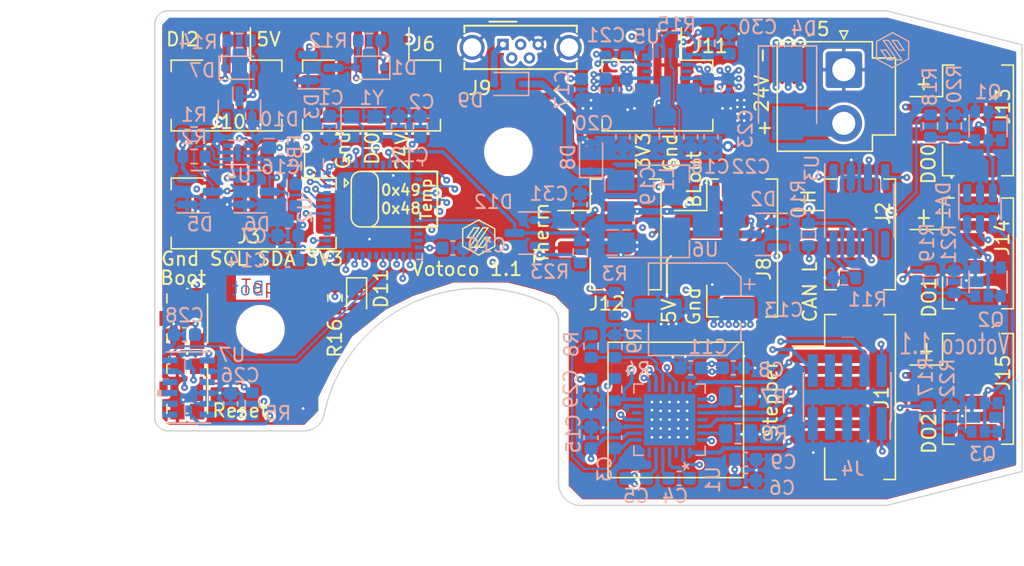
<source format=kicad_pcb>
(kicad_pcb (version 20221018) (generator pcbnew)
  (layers (0 "F.Cu" signal) (1 "In1.Cu" signal) (2 "In2.Cu" signal) (31 "B.Cu" signal) (34 "B.Paste" user) (35 "F.Paste" user) (36 "B.SilkS" user "B.Silkscreen") (37 "F.SilkS" user "F.Silkscreen") (38 "B.Mask" user) (39 "F.Mask" user) (44 "Edge.Cuts" user))
  (net 0 "")
  (net 1 "GND")
  (net 2 "+3V3")
  (net 3 "Net-(U2-PF0)")
  (net 4 "Net-(U2-PF1)")
  (net 5 "Net-(U1-5VOUT)")
  (net 6 "Net-(U1-CPO)")
  (net 7 "+24V")
  (net 8 "AIN0")
  (net 9 "BLOUT")
  (net 10 "DI0")
  (net 11 "DI1")
  (net 12 "Net-(U1-CPI)")
  (net 13 "+5V")
  (net 14 "OB2")
  (net 15 "OB1")
  (net 16 "OA1")
  (net 17 "OA2")
  (net 18 "Net-(U1-VCP)")
  (net 19 "USBN")
  (net 20 "Net-(U2-VBAT)")
  (net 21 "NRESET")
  (net 22 "SPI_CS")
  (net 23 "Net-(U5-LX)")
  (net 24 "Net-(U5-BST)")
  (net 25 "Net-(U5-BIAS)")
  (net 26 "Net-(D1-K)")
  (net 27 "DO2")
  (net 28 "DO0")
  (net 29 "DO1")
  (net 30 "Net-(D4-A)")
  (net 31 "UARTTX")
  (net 32 "SPI_CLK")
  (net 33 "ENN")
  (net 34 "SWCLK")
  (net 35 "Net-(D7-K)")
  (net 36 "SPI_RX")
  (net 37 "SPI_TX")
  (net 38 "Net-(D8-K)")
  (net 39 "Net-(D9-A)")
  (net 40 "Net-(D11-A)")
  (net 41 "Net-(J13-Pin_2)")
  (net 42 "Net-(J15-Pin_2)")
  (net 43 "DIAG")
  (net 44 "Net-(J14-Pin_2)")
  (net 45 "STEP")
  (net 46 "DIR")
  (net 47 "Net-(J2-Pin_1)")
  (net 48 "Net-(J2-Pin_2)")
  (net 49 "I2C_SDA")
  (net 50 "I2C_SCL")
  (net 51 "SWDIO")
  (net 55 "USBP")
  (net 57 "Net-(Q1-G)")
  (net 58 "Net-(Q2-G)")
  (net 59 "Net-(Q3-G)")
  (net 60 "Net-(U1-BRB)")
  (net 61 "Net-(U1-BRA)")
  (net 62 "Net-(U1-VREF)")
  (net 63 "Net-(U3-Rs)")
  (net 64 "Net-(U5-PGOOD)")
  (net 65 "Net-(U2-BOOT0)")
  (net 74 "CANRX")
  (net 75 "CANTX")
  (net 91 "Net-(JP1-C)")
  (footprint "votoco:JST_PH_B4B-PH-SM4-TB_1x04-1MP_P2.00mm_Vertical" (layer "F.Cu") (at 150.3 92 -90)
    (fp_text reference "J1")
    (fp_text value "Conn_01x04")
  )
  (footprint "Connector_USB:USB_Micro-B_Wuerth_614105150721_Vertical_CircularHoles" (layer "F.Cu") (at 125.7 65.98)
    (fp_text reference "J9")
    (fp_text value "USB_B_Micro")
  )
  (footprint "Resistor_SMD:R_0603_1608Metric" (layer "F.Cu") (at 113.3 84.6875 -90)
    (fp_text reference "R16")
    (fp_text value "430")
  )
  (footprint "Jumper:SolderJumper-3_P1.3mm_Bridged12_RoundedPad1.0x1.5mm" (layer "F.Cu") (at 115.5 77.4 -90)
    (fp_text reference "JP1" hide)
    (fp_text value "I2C Adress Select")
  )
  (footprint "votoco:JST_PH_B2B-PH-SM4-TB_1x02-1MP_P2.00mm_Vertical" (layer "F.Cu") (at 150.3 80 -90)
    (fp_text reference "J2")
    (fp_text value "Conn_01x02")
  )
  (footprint "votoco:TMC-heatsink" (layer "F.Cu") (at 138.45 92.95)
    (fp_text reference "HS1" hide)
    (fp_text value "TMC-heatsink")
  )
  (footprint "votoco:SW_Push_1P1T-Pana_EVPAA" (layer "F.Cu") (at 102.4 91.4 90)
    (fp_text reference "SW1" hide)
    (fp_text value "Reset")
  )
  (footprint "MountingHole:MountingHole_3.2mm_M3" (layer "F.Cu") (at 107.8 87)
    (fp_text reference "H1" hide)
    (fp_text value "MountingHole")
  )
  (footprint "votoco:JST_PH_B2B-PH-SM4-TB_1x02-1MP_P2.00mm_Vertical" (layer "F.Cu") (at 159 81.4 -90)
    (fp_text reference "J14")
    (fp_text value "Conn_01x02")
  )
  (footprint "votoco:JST_PH_B2B-PH-SM4-TB_1x02-1MP_P2.00mm_Vertical" (layer "F.Cu") (at 159 71.5875 -90)
    (fp_text reference "J13")
    (fp_text value "Conn_01x02")
  )
  (footprint "votoco:JST_PH_B2B-PH-SM4-TB_1x02-1MP_P2.00mm_Vertical" (layer "F.Cu") (at 105.3 68 180)
    (fp_text reference "J10")
    (fp_text value "Conn_01x02")
  )
  (footprint "votoco:JST_PH_B4B-PH-SM4-TB_1x04-1MP_P2.00mm_Vertical" (layer "F.Cu") (at 107.3 76.7 180)
    (fp_text reference "J3")
    (fp_text value "Conn_01x04")
  )
  (footprint "votoco:JST_PH_B3B-PH-SM4-TB_1x03-1MP_P2.00mm_Vertical" (layer "F.Cu") (at 141.6 81 -90)
    (fp_text reference "J8")
    (fp_text value "Conn_01x03")
  )
  (footprint "votoco:JST_PH_B2B-PH-SM4-TB_1x02-1MP_P2.00mm_Vertical" (layer "F.Cu") (at 133 80 -90)
    (fp_text reference "J12")
    (fp_text value "Conn_01x02")
  )
  (footprint "Connector_JST:JST_VH_B2P-VH-B_1x02_P3.96mm_Vertical" (layer "F.Cu") (at 150.85 67.8425 -90)
    (fp_text reference "J5")
    (fp_text value "Conn_01x02")
  )
  (footprint "votoco:JST_PH_B2B-PH-SM4-TB_1x02-1MP_P2.00mm_Vertical" (layer "F.Cu") (at 137.1 68 180)
    (fp_text reference "J11")
    (fp_text value "Conn_01x02")
  )
  (footprint "MountingHole:MountingHole_3.2mm_M3" (layer "F.Cu") (at 126.1 73.9)
    (fp_text reference "H2" hide)
    (fp_text value "MountingHole")
  )
  (footprint "votoco:JST_PH_B2B-PH-SM4-TB_1x02-1MP_P2.00mm_Vertical" (layer "F.Cu") (at 159 91.4 -90)
    (fp_text reference "J15")
    (fp_text value "Conn_01x02")
  )
  (footprint "votoco:JST_PH_B3B-PH-SM4-TB_1x03-1MP_P2.00mm_Vertical" (layer "F.Cu") (at 116 68 180)
    (fp_text reference "J6")
    (fp_text value "Conn_01x03")
  )
  (footprint "LED_SMD:LED_0603_1608Metric" (layer "F.Cu") (at 114.9 84.6875 -90)
    (fp_text reference "D11")
    (fp_text value "LED")
  )
  (footprint "votoco:SW_Push_1P1T-Pana_EVPAA" (layer "F.Cu") (at 102.4 86.2 90)
    (fp_text reference "SW2" hide)
    (fp_text value "Boot")
  )
  (footprint "Diode_SMD:D_SMB" (layer "B.Cu") (at 146.7 69.6425 -90)
    (fp_text reference "D4")
    (fp_text value "SD560B")
  )
  (footprint "Connector_PinHeader_1.27mm:PinHeader_2x05_P1.27mm_Vertical_SMD" (layer "B.Cu") (at 151.1 92 90)
    (fp_text reference "J4")
    (fp_text value "Conn_02x05_Odd_Even")
  )
  (footprint "Resistor_SMD:R_0603_1608Metric" (layer "B.Cu") (at 115.85 65.7 180)
    (fp_text reference "R12")
    (fp_text value "4k7")
  )
  (footprint "Capacitor_SMD:C_0603_1608Metric" (layer "B.Cu") (at 142.3 69.3 90)
    (fp_text reference "C23")
    (fp_text value "2µ2")
  )
  (footprint "Resistor_SMD:R_0603_1608Metric" (layer "B.Cu") (at 106.25 65.7)
    (fp_text reference "R14")
    (fp_text value "4k7")
  )
  (footprint "Inductor_SMD:L_0805_2012Metric" (layer "B.Cu") (at 137.8 72.55 90)
    (fp_text reference "L1")
    (fp_text value "L")
  )
  (footprint "Capacitor_SMD:CP_Elec_6.3x7.7" (layer "B.Cu") (at 139.85 85.525 180)
    (fp_text reference "C13")
    (fp_text value "100µ 35V")
  )
  (footprint "votoco:ADXL345BCCZ" (layer "B.Cu") (at 102.5 91.3 180)
    (fp_text reference "U7")
    (fp_text value "ADXL345BCCZ" hide)
  )
  (footprint "Capacitor_SMD:C_0603_1608Metric" (layer "B.Cu") (at 139.55 89.85 180)
    (fp_text reference "C11")
    (fp_text value "10u 50V")
  )
  (footprint "Package_TO_SOT_SMD:SOT-23" (layer "B.Cu") (at 112.25 67.7)
    (fp_text reference "D3")
    (fp_text value "BAT54S")
  )
  (footprint "Resistor_SMD:R_0603_1608Metric" (layer "B.Cu") (at 140.8 65.9 90)
    (fp_text reference "R15")
    (fp_text value "10k")
  )
  (footprint "Capacitor_SMD:C_0603_1608Metric" (layer "B.Cu") (at 112.9 72.025 90)
    (fp_text reference "C1")
    (fp_text value "12p")
  )
  (footprint "Library:UFQFPN-48_EP_7x7_Pitch0.5mm" (layer "B.Cu") (at 116.1 78.2 -90)
    (fp_text reference "U2")
    (fp_text value "STM32F072CBUx")
  )
  (footprint "Capacitor_SMD:C_0603_1608Metric" (layer "B.Cu") (at 133.3 69.3 90)
    (fp_text reference "C25" hide)
    (fp_text value "2µ2")
  )
  (footprint "Capacitor_SMD:C_0603_1608Metric" (layer "B.Cu") (at 102.2 87.4 180)
    (fp_text reference "C28")
    (fp_text value "100n")
  )
  (footprint "Capacitor_SMD:C_0603_1608Metric" (layer "B.Cu") (at 118 72.025 -90)
    (fp_text reference "C2")
    (fp_text value "12p")
  )
  (footprint "Diode_SMD:D_SOD-323" (layer "B.Cu") (at 106.25 67.7)
    (fp_text reference "D7")
    (fp_text value "1N4448WS")
  )
  (footprint "Capacitor_SMD:C_0603_1608Metric" (layer "B.Cu") (at 132.2 95 -90)
    (fp_text reference "C15")
    (fp_text value "100n")
  )
  (footprint "Capacitor_SMD:C_0603_1608Metric" (layer "B.Cu") (at 132.2 91.45 -90)
    (fp_text reference "C29")
    (fp_text value "2µ2")
  )
  (footprint "Capacitor_SMD:C_0603_1608Metric" (layer "B.Cu") (at 136.05 72.8 90)
    (fp_text reference "C19")
    (fp_text value "100n")
  )
  (footprint "Capacitor_SMD:C_0603_1608Metric" (layer "B.Cu") (at 131.5 69.3 -90)
    (fp_text reference "C17")
    (fp_text value "100n")
  )
  (footprint "votoco:MAX2040xAFL" (layer "B.Cu") (at 137.8 68.05 180)
    (fp_text reference "U5")
    (fp_text value "MAX2040xAFL" hide)
  )
  (footprint "votoco:SOT-457T" (layer "B.Cu") (at 161.5 72 90)
    (fp_text reference "Q1")
    (fp_text value "RQ6E045TN")
  )
  (footprint "Capacitor_SMD:C_0603_1608Metric" (layer "B.Cu") (at 142.7 89.85)
    (fp_text reference "C8")
    (fp_text value "100n 50V")
  )
  (footprint "votoco:SOT-457T" (layer "B.Cu") (at 161.5 83.5 90)
    (fp_text reference "Q2")
    (fp_text value "RQ6E045TN")
  )
  (footprint "Capacitor_SMD:C_0603_1608Metric" (layer "B.Cu") (at 131.4 77.8 90)
    (fp_text reference "C31")
    (fp_text value "2µ2")
  )
  (footprint "Resistor_SMD:R_0603_1608Metric" (layer "B.Cu") (at 157 93.5 90)
    (fp_text reference "R17")
    (fp_text value "100R")
  )
  (footprint "Capacitor_SMD:C_0603_1608Metric" (layer "B.Cu") (at 141.05 72.8 -90)
    (fp_text reference "C22")
    (fp_text value "22u")
  )
  (footprint "Capacitor_SMD:C_0603_1608Metric" (layer "B.Cu") (at 109.825 80.0725 180)
    (fp_text reference "C7")
    (fp_text value "2µ2")
  )
  (footprint "Resistor_SMD:R_0603_1608Metric" (layer "B.Cu") (at 150.9 83.2 180)
    (fp_text reference "R11")
    (fp_text value "10k")
  )
  (footprint "Capacitor_SMD:C_0603_1608Metric_Pad1.08x0.95mm_HandSolder" (layer "B.Cu") (at 109.3 73.6)
    (fp_text reference "C16")
    (fp_text value "100n")
  )
  (footprint "Capacitor_SMD:C_0603_1608Metric" (layer "B.Cu") (at 105.6 92.5 90)
    (fp_text reference "C26")
    (fp_text value "100n")
  )
  (footprint "Resistor_SMD:R_0603_1608Metric" (layer "B.Cu") (at 157.25 83.5 90)
    (fp_text reference "R19")
    (fp_text value "100R")
  )
  (footprint "Resistor_SMD:R_0603_1608Metric" (layer "B.Cu") (at 159 72 90)
    (fp_text reference "R20")
    (fp_text value "33k")
  )
  (footprint "Resistor_SMD:R_0603_1608Metric" (layer "B.Cu") (at 148.25 80 -90)
    (fp_text reference "R10")
    (fp_text value "120")
  )
  (footprint "Capacitor_SMD:C_0603_1608Metric" (layer "B.Cu") (at 135.525 98 180)
    (fp_text reference "C5")
    (fp_text value "100n 50V")
  )
  (footprint "votoco:TMC2209-LA-T" (layer "B.Cu") (at 137.99 93.67 90)
    (fp_text reference "U1")
    (fp_text value "TMC2209-LA-T" hide)
  )
  (footprint "Capacitor_SMD:C_0603_1608Metric" (layer "B.Cu") (at 139.55 72.8 90)
    (fp_text reference "C18")
    (fp_text value "100n")
  )
  (footprint "Package_TO_SOT_SMD:SOT-23" (layer "B.Cu") (at 107.55 76.85)
    (fp_text reference "D6")
    (fp_text value "BAT54S")
  )
  (footprint "Inductor_SMD:L_0603_1608Metric" (layer "B.Cu") (at 110.4 77.1 -90)
    (fp_text reference "FB1")
    (fp_text value "FerriteBead_Small")
  )
  (footprint "Capacitor_SMD:C_0603_1608Metric" (layer "B.Cu") (at 122 81)
    (fp_text reference "C10")
    (fp_text value "100n")
  )
  (footprint "Capacitor_SMD:C_0603_1608Metric" (layer "B.Cu") (at 109.825 81.9 180)
    (fp_text reference "C14")
    (fp_text value "100n")
  )
  (footprint "Capacitor_SMD:C_0603_1608Metric" (layer "B.Cu") (at 142.4 65.9 90)
    (fp_text reference "C30")
    (fp_text value "2µ2")
  )
  (footprint "Capacitor_SMD:C_0603_1608Metric" (layer "B.Cu") (at 134.05 66.9)
    (fp_text reference "C21")
    (fp_text value "100n")
  )
  (footprint "Capacitor_SMD:C_0603_1608Metric" (layer "B.Cu") (at 140.8 69.3 90)
    (fp_text reference "C24" hide)
    (fp_text value "100n")
  )
  (footprint "Resistor_SMD:R_0603_1608Metric" (layer "B.Cu") (at 102.9 72.6 180)
    (fp_text reference "R1")
    (fp_text value "33k")
  )
  (footprint "Capacitor_SMD:C_0603_1608Metric" (layer "B.Cu") (at 134.55 72.8 -90)
    (fp_text reference "C20")
    (fp_text value "22u")
  )
  (footprint "Package_TO_SOT_SMD:SOT-23" (layer "B.Cu") (at 127.5 79.9 180)
    (fp_text reference "D12")
    (fp_text value "BAT54S")
  )
  (footprint "Diode_SMD:D_SOD-323" (layer "B.Cu") (at 132.2 74.3 90)
    (fp_text reference "D8")
    (fp_text value "1N4448WS")
  )
  (footprint "Package_TO_SOT_SMD:SOT-23" (layer "B.Cu") (at 145 80 180)
    (fp_text reference "D2")
    (fp_text value "BAT54S")
  )
  (footprint "Package_TO_SOT_SMD:SOT-223-3_TabPin2" (layer "B.Cu") (at 137.55 78.3)
    (fp_text reference "U6")
    (fp_text value "NCP1117-3.3")
  )
  (footprint "votoco:SOT-457T" (layer "B.Cu") (at 161.25 93.5 90)
    (fp_text reference "Q3")
    (fp_text value "RQ6E045TN")
  )
  (footprint "Resistor_SMD:R_0603_1608Metric" (layer "B.Cu") (at 107.2 92.5 -90)
    (fp_text reference "R5")
    (fp_text value "33k")
  )
  (footprint "Resistor_SMD:R_0603_1608Metric" (layer "B.Cu") (at 133.95 85.1 -90)
    (fp_text reference "R3")
    (fp_text value "20k")
  )
  (footprint "Resistor_SMD:R_0805_2012Metric" (layer "B.Cu") (at 143.05 91.95 180)
    (fp_text reference "R7")
    (fp_text value "0R11 0.5W")
  )
  (footprint "Package_TO_SOT_SMD:SOT-23-6" (layer "B.Cu") (at 160.9 78.1 -90)
    (fp_text reference "DA1")
    (fp_text value "PJ4L40W6")
  )
  (footprint "Capacitor_SMD:C_0603_1608Metric" (layer "B.Cu") (at 138.7 98 180)
    (fp_text reference "C4")
    (fp_text value "22n 50V")
  )
  (footprint "Package_TO_SOT_SMD:SOT-563" (layer "B.Cu") (at 106.15 73.95)
    (fp_text reference "U4")
    (fp_text value "TMP112xxDRL")
  )
  (footprint "Capacitor_SMD:C_0603_1608Metric" (layer "B.Cu") (at 133.95 95 -90)
    (fp_text reference "C3")
    (fp_text value "4u7")
  )
  (footprint "Capacitor_SMD:C_0603_1608Metric" (layer "B.Cu") (at 143.6 96.6)
    (fp_text reference "C9")
    (fp_text value "1u 50V")
  )
  (footprint "Resistor_SMD:R_0603_1608Metric" (layer "B.Cu") (at 133.95 88.25 90)
    (fp_text reference "R9")
    (fp_text value "DNF")
  )
  (footprint "Package_SO:SOIC-8_3.9x4.9mm_P1.27mm" (layer "B.Cu") (at 152 78.25 -90)
    (fp_text reference "U3")
    (fp_text value "SN65HVD231")
  )
  (footprint "Resistor_SMD:R_0603_1608Metric" (layer "B.Cu") (at 159 83.5 90)
    (fp_text reference "R21")
    (fp_text value "33k")
  )
  (footprint "Resistor_SMD:R_0603_1608Metric" (layer "B.Cu") (at 132.2 88.25 -90)
    (fp_text reference "R8")
    (fp_text value "DNF")
  )
  (footprint "Resistor_SMD:R_0603_1608Metric" (layer "B.Cu") (at 102.9 74.25 180)
    (fp_text reference "R2")
    (fp_text value "33k")
  )
  (footprint "Package_TO_SOT_SMD:SOT-23" (layer "B.Cu") (at 106.25 70.75 90)
    (fp_text reference "D10")
    (fp_text value "BAT54S")
  )
  (footprint "Capacitor_SMD:C_0603_1608Metric" (layer "B.Cu") (at 134.8 69.3 90)
    (fp_text reference "C27" hide)
    (fp_text value "100n")
  )
  (footprint "Resistor_SMD:R_0805_2012Metric" (layer "B.Cu") (at 143.05 94.7 180)
    (fp_text reference "R6")
    (fp_text value "0R11 0.5W")
  )
  (footprint "Resistor_SMD:R_0603_1608Metric" (layer "B.Cu") (at 131.4 81.3 90)
    (fp_text reference "R23")
    (fp_text value "4k7")
  )
  (footprint "Resistor_SMD:R_0603_1608Metric" (layer "B.Cu") (at 158.75 93.5 90)
    (fp_text reference "R22")
    (fp_text value "33k")
  )
  (footprint "Capacitor_SMD:C_0603_1608Metric" (layer "B.Cu") (at 119.6 72.05 90)
    (fp_text reference "C12")
    (fp_text value "100n")
  )
  (footprint "Package_TO_SOT_SMD:SOT-23" (layer "B.Cu") (at 103.3375 76.85)
    (fp_text reference "D5")
    (fp_text value "BAT54S")
  )
  (footprint "Resistor_SMD:R_0603_1608Metric" (layer "B.Cu") (at 133.95 91.45 -90)
    (fp_text reference "R4")
    (fp_text value "20k")
  )
  (footprint "Resistor_SMD:R_0603_1608Metric" (layer "B.Cu") (at 157.25 72 90)
    (fp_text reference "R18")
    (fp_text value "100R")
  )
  (footprint "Diode_SMD:D_SOD-323" (layer "B.Cu") (at 126.1 68.9 180)
    (fp_text reference "D9")
    (fp_text value "1N4448WS")
  )
  (footprint "Diode_SMD:D_SOD-323" (layer "B.Cu") (at 115.85 67.7 180)
    (fp_text reference "D1")
    (fp_text value "1N4448WS")
  )
  (footprint "Crystal:Crystal_SMD_2520-4Pin_2.5x2.0mm" (layer "B.Cu") (at 115.4 72.025)
    (fp_text reference "Y1")
    (fp_text value "12Mhz")
  )
  (footprint "Capacitor_SMD:C_0603_1608Metric" (layer "B.Cu") (at 143.6 98.15)
    (fp_text reference "C6")
    (fp_text value "100n 50V")
  )
  (gr_line (start 153.271188 65.75775) (end 153.270438 67.05) (stroke (width 0.1)) (layer "B.SilkS"))
  (gr_line (start 154.454688 67.696875) (end 155.634063 67.04775) (stroke (width 0.1)) (layer "B.SilkS"))
  (gr_line (start 155.297313 66.402) (end 154.928313 66.402) (stroke (width 0.1)) (layer "B.SilkS"))
  (gr_line (start 154.139313 65.688) (end 155.129313 67.117875) (stroke (width 0.1)) (layer "B.SilkS"))
  (gr_line (start 154.468938 67.117875) (end 154.101063 67.117875) (stroke (width 0.1)) (layer "B.SilkS"))
  (gr_line (start 153.270438 67.05) (end 154.454688 67.696875) (stroke (width 0.1)) (layer "B.SilkS"))
  (gr_line (start 153.771438 65.687625) (end 154.139313 65.688) (stroke (width 0.1)) (layer "B.SilkS"))
  (gr_line (start 153.970188 66.39675) (end 153.970188 66.39675) (stroke (width 0.1)) (layer "B.SilkS"))
  (gr_line (start 153.598938 66.39675) (end 153.970188 66.39675) (stroke (width 0.1)) (layer "B.SilkS"))
  (gr_line (start 154.802313 65.688375) (end 155.297313 66.402) (stroke (width 0.1)) (layer "B.SilkS"))
  (gr_line (start 153.970188 66.39675) (end 154.468938 67.117875) (stroke (width 0.1)) (layer "B.SilkS"))
  (gr_line (start 153.771438 65.687625) (end 153.771438 65.687625) (stroke (width 0.1)) (layer "B.SilkS"))
  (gr_line (start 155.634063 65.757375) (end 154.452438 65.107875) (stroke (width 0.1)) (layer "B.SilkS"))
  (gr_line (start 154.928313 66.402) (end 154.435563 65.687625) (stroke (width 0.1)) (layer "B.SilkS"))
  (gr_line (start 155.634063 67.04775) (end 155.634063 65.757375) (stroke (width 0.1)) (layer "B.SilkS"))
  (gr_line (start 155.129313 67.117875) (end 154.765563 67.117875) (stroke (width 0.1)) (layer "B.SilkS"))
  (gr_line (start 154.101063 67.117875) (end 153.598938 66.39675) (stroke (width 0.1)) (layer "B.SilkS"))
  (gr_line (start 154.435563 65.687625) (end 154.435563 65.687625) (stroke (width 0.1)) (layer "B.SilkS"))
  (gr_line (start 154.452438 65.107875) (end 153.271188 65.75775) (stroke (width 0.1)) (layer "B.SilkS"))
  (gr_line (start 155.634063 65.757375) (end 155.634063 65.757375) (stroke (width 0.1)) (layer "B.SilkS"))
  (gr_line (start 154.435563 65.687625) (end 154.802313 65.688375) (stroke (width 0.1)) (layer "B.SilkS"))
  (gr_line (start 154.765563 67.117875) (end 153.771438 65.687625) (stroke (width 0.1)) (layer "B.SilkS"))
  (gr_line (start 116 79.45) (end 120.8 79.45) (stroke (width 0.15)) (layer "F.SilkS"))
  (gr_line (start 125.092125 80.876562) (end 125.091375 79.584312) (stroke (width 0.1)) (layer "F.SilkS"))
  (gr_line (start 124.392375 80.223312) (end 124.392375 80.223312) (stroke (width 0.1)) (layer "F.SilkS"))
  (gr_line (start 124.591125 79.514187) (end 124.591125 79.514187) (stroke (width 0.1)) (layer "F.SilkS"))
  (gr_line (start 125.091375 79.584312) (end 123.910125 78.934437) (stroke (width 0.1)) (layer "F.SilkS"))
  (gr_line (start 123.23325 80.944437) (end 124.22325 79.514562) (stroke (width 0.1)) (layer "F.SilkS"))
  (gr_line (start 124.2615 80.944437) (end 123.893625 80.944437) (stroke (width 0.1)) (layer "F.SilkS"))
  (gr_line (start 123.43425 80.228562) (end 123.06525 80.228562) (stroke (width 0.1)) (layer "F.SilkS"))
  (gr_line (start 137.8 81.9) (end 138.1 81.6) (stroke (width 0.15)) (layer "F.SilkS"))
  (gr_line (start 123.56025 79.514937) (end 123.927 79.514187) (stroke (width 0.1)) (layer "F.SilkS"))
  (gr_line (start 122.7285 79.583937) (end 122.7285 80.874312) (stroke (width 0.1)) (layer "F.SilkS"))
  (gr_line (start 137.8 84.6) (end 137.8 81.9) (stroke (width 0.15)) (layer "F.SilkS"))
  (gr_line (start 124.591125 79.514187) (end 123.597 80.944437) (stroke (width 0.1)) (layer "F.SilkS"))
  (gr_line (start 122.7285 79.583937) (end 122.7285 79.583937) (stroke (width 0.1)) (layer "F.SilkS"))
  (gr_line (start 124.392375 80.223312) (end 124.763625 80.223312) (stroke (width 0.1)) (layer "F.SilkS"))
  (gr_line (start 124.22325 79.514562) (end 124.591125 79.514187) (stroke (width 0.1)) (layer "F.SilkS"))
  (gr_line (start 123.06525 80.228562) (end 123.56025 79.514937) (stroke (width 0.1)) (layer "F.SilkS"))
  (gr_line (start 123.927 79.514187) (end 123.43425 80.228562) (stroke (width 0.1)) (layer "F.SilkS"))
  (gr_line (start 123.907875 81.523437) (end 125.092125 80.876562) (stroke (width 0.1)) (layer "F.SilkS"))
  (gr_line (start 123.893625 80.944437) (end 124.392375 80.223312) (stroke (width 0.1)) (layer "F.SilkS"))
  (gr_line (start 123.597 80.944437) (end 123.23325 80.944437) (stroke (width 0.1)) (layer "F.SilkS"))
  (gr_line (start 123.910125 78.934437) (end 122.7285 79.583937) (stroke (width 0.1)) (layer "F.SilkS"))
  (gr_line (start 115.8 75.35) (end 120.85 75.35) (stroke (width 0.15)) (layer "F.SilkS"))
  (gr_line (start 123.927 79.514187) (end 123.927 79.514187) (stroke (width 0.1)) (layer "F.SilkS"))
  (gr_line (start 120.85 75.35) (end 120.85 79.45) (stroke (width 0.15)) (layer "F.SilkS"))
  (gr_line (start 122.7285 80.874312) (end 123.907875 81.523437) (stroke (width 0.1)) (layer "F.SilkS"))
  (gr_line (start 124.763625 80.223312) (end 124.2615 80.944437) (stroke (width 0.1)) (layer "F.SilkS"))
  (gr_arc (start 112.5 93.3) (mid 118.726508 85.200661) (end 128.942182 85.107472) (stroke (width 0.1)) (layer "Edge.Cuts"))
  (gr_line (start 164 66) (end 164 97.5) (stroke (width 0.1)) (layer "Edge.Cuts"))
  (gr_arc (start 131.3 100) (mid 130.289795 99.510205) (end 129.8 98.5) (stroke (width 0.1)) (layer "Edge.Cuts"))
  (gr_line (start 100 64.5) (end 100 93.5) (stroke (width 0.1)) (layer "Edge.Cuts"))
  (gr_arc (start 128.942182 85.107472) (mid 129.572226 85.679834) (end 129.8 86.5) (stroke (width 0.1)) (layer "Edge.Cuts"))
  (gr_line (start 101 94.5) (end 111 94.5) (stroke (width 0.1)) (layer "Edge.Cuts"))
  (gr_arc (start 100 64.5) (mid 100.292893 63.792893) (end 101 63.5) (stroke (width 0.1)) (layer "Edge.Cuts"))
  (gr_line (start 154 63.5) (end 164 66) (stroke (width 0.1)) (layer "Edge.Cuts"))
  (gr_line (start 129.8 86.5) (end 129.8 98.5) (stroke (width 0.1)) (layer "Edge.Cuts"))
  (gr_line (start 131.3 100) (end 154 100) (stroke (width 0.1)) (layer "Edge.Cuts"))
  (gr_line (start 154 63.5) (end 101 63.5) (stroke (width 0.1)) (layer "Edge.Cuts"))
  (gr_arc (start 112.5 93.3) (mid 111.963363 94.166704) (end 111 94.5) (stroke (width 0.1)) (layer "Edge.Cuts"))
  (gr_line (start 154 100) (end 164 97.5) (stroke (width 0.1)) (layer "Edge.Cuts"))
  (gr_arc (start 101 94.5) (mid 100.292893 94.207107) (end 100 93.5) (stroke (width 0.1)) (layer "Edge.Cuts"))
  (gr_text "Top" (at 107.65 83.85) (layer "F.Cu") (effects (font (size 1 1) (thickness 0.1))))
  (gr_text "Bot" (at 106.9 84) (layer "B.Cu") (effects (font (size 1 1) (thickness 0.1)) (justify mirror)))
  (gr_text "Votoco 1.1" (at 159 88.1) (layer "B.SilkS") (effects (font (size 1.5 1)) (justify mirror)))
  (gr_text "Gnd" (at 139.75 85.3 90) (layer "F.SilkS") (effects (font (size 1 1))))
  (gr_text "+" (at 156.75 69 180) (layer "F.SilkS") (effects (font (size 1 1))))
  (gr_text "-" (at 144.8 66.8 90) (layer "F.SilkS") (effects (font (size 1 1))))
  (gr_text "DO2" (at 157.15 94.7 90) (layer "F.SilkS") (effects (font (size 1 1))))
  (gr_text "Gnd" (at 138.05 73.95 90) (layer "F.SilkS") (effects (font (size 1 1))))
  (gr_text "+" (at 156.95 88.75 180) (layer "F.SilkS") (effects (font (size 1.5 1))))
  (gr_text "3V3" (at 136.05 73.85 90) (layer "F.SilkS") (effects (font (size 1 1))))
  (gr_text "DO1" (at 157.15 84.65 90) (layer "F.SilkS") (effects (font (size 1 1))))
  (gr_text "24V" (at 118.3 73.9 90) (layer "F.SilkS") (effects (font (size 1 1))))
  (gr_text "0x49" (at 116.6 77.2) (layer "F.SilkS") (effects (font (size 0.8 0.8)) (justify left bottom)))
  (gr_text "Gnd SCL SDA 3V3" (at 107.2 81.8) (layer "F.SilkS") (effects (font (size 1 1))))
  (gr_text "DI0" (at 116.05 73.65 90) (layer "F.SilkS") (effects (font (size 1 1))))
  (gr_text "Votoco 1.1" (at 123.05 82.55) (layer "F.SilkS") (effects (font (size 1 1))))
  (gr_text "DO0" (at 157.1 74.8 90) (layer "F.SilkS") (effects (font (size 1 1))))
  (gr_text "+" (at 156.75 78.9 180) (layer "F.SilkS") (effects (font (size 1.5 1))))
  (gr_text "H" (at 148.25 77.2 90) (layer "F.SilkS") (effects (font (size 1 1))))
  (gr_text "DI2" (at 102.05 65.6) (layer "F.SilkS") (effects (font (size 1 1))))
  (gr_text "+" (at 144.95 72.15 90) (layer "F.SilkS") (effects (font (size 1 1))))
  (gr_text "Therm" (at 128.55 79.9 90) (layer "F.SilkS") (effects (font (size 1 1))))
  (gr_text "BLout" (at 139.8 75.95 90) (layer "F.SilkS") (effects (font (size 1 1))))
  (gr_text "Reset" (at 106.3 93) (layer "F.SilkS") (effects (font (size 1 1))))
  (gr_text "5V" (at 108.4 65.6) (layer "F.SilkS") (effects (font (size 1 1))))
  (gr_text "CAN L" (at 148.35 84.25 90) (layer "F.SilkS") (effects (font (size 1 1))))
  (gr_text "Gnd" (at 113.9 73.8 90) (layer "F.SilkS") (effects (font (size 1 1))))
  (gr_text "0x48" (at 116.6 78.55) (layer "F.SilkS") (effects (font (size 0.8 0.8)) (justify left bottom)))
  (gr_text "Temp" (at 120.5 79.05 90) (layer "F.SilkS") (effects (font (size 0.8 0.8)) (justify left bottom)))
  (gr_text "5V" (at 137.95 85.65 90) (layer "F.SilkS") (effects (font (size 1 1))))
  (gr_text "Stepper" (at 145.45 92.15 90) (layer "F.SilkS") (effects (font (size 1 1))))
  (gr_text "24V" (at 144.8 69.6 90) (layer "F.SilkS") (effects (font (size 1 1))))
  (gr_text "Boot" (at 102.1 83.2) (layer "F.SilkS") (effects (font (size 1 1))))
  (segment (start 101.675 92.625) (end 102.1 92.2) (width 0.25) (layer "F.Cu") (net 1))
  (segment (start 141.1 83) (end 141.1 83.65) (width 0.25) (layer "F.Cu") (net 1))
  (segment (start 114.9 83.9) (end 114.8875 83.9) (width 0.25) (layer "F.Cu") (net 1))
  (segment (start 137.4 65) (end 138.1 65.7) (width 0.3) (layer "F.Cu") (net 1))
  (segment (start 137.2 65) (end 137.4 65) (width 0.3) (layer "F.Cu") (net 1))
  (segment (start 101.675 89.725) (end 101.675 89.225) (width 0.25) (layer "F.Cu") (net 1))
  (segment (start 113.2 67.5) (end 114 67.5) (width 0.25) (layer "F.Cu") (net 1))
  (segment (start 101.675 93.075) (end 101.675 92.625) (width 0.25) (layer "F.Cu") (net 1))
  (segment (start 114.8875 83.9) (end 114.2 84.5875) (width 0.25) (layer "F.Cu") (net 1))
  (segment (start 101.675 89.225) (end 102.1 88.8) (width 0.25) (layer "F.Cu") (net 1))
  (segment (start 141.1 83.65) (end 141.15 83.7) (width 0.25) (layer "F.Cu") (net 1))
  (segment (start 102.1 88.8) (end 102.4 88.8) (width 0.25) (layer "F.Cu") (net 1))
  (segment (start 138.1 65.7) (end 138.1 67.5) (width 0.3) (layer "F.Cu") (net 1))
  (via (at 138.225 89.05) (size 0.5) (drill 0.2) (layers "F.Cu" "B.Cu") (net 1))
  (via (at 128.5 78.3) (size 0.5) (drill 0.2) (layers "F.Cu" "B.Cu") (net 1))
  (via (at 144.65 91.95) (size 0.5) (drill 0.2) (layers "F.Cu" "B.Cu") (net 1))
  (via (at 134.75 87.025) (size 0.5) (drill 0.2) (layers "F.Cu" "B.Cu") (net 1))
  (via (at 144.3 89.85) (size 0.5) (drill 0.2) (layers "F.Cu" "B.Cu") (net 1))
  (via (at 137.375 86.625) (size 0.5) (drill 0.2) (layers "F.Cu" "B.Cu") (net 1))
  (via (at 135.6 80.6) (size 0.5) (drill 0.2) (layers "F.Cu" "B.Cu") (net 1))
  (via (at 133.1 94.25) (size 0.5) (drill 0.2) (layers "F.Cu" "B.Cu") (net 1))
  (via (at 143.3 91.95) (size 0.5) (drill 0.2) (layers "F.Cu" "B.Cu") (net 1))
  (via (at 117.6 75.65) (size 0.5) (drill 0.2) (layers "F.Cu" "B.Cu") (net 1))
  (via (at 114.2 84.5875) (size 0.5) (drill 0.2) (layers "F.Cu" "B.Cu") (net 1))
  (via (at 101.4 86.6) (size 0.5) (drill 0.2) (layers "F.Cu" "B.Cu") (net 1))
  (via (at 134.4 81.5) (size 0.5) (drill 0.2) (layers "F.Cu" "B.Cu") (net 1))
  (via (at 132.2 70.7) (size 0.5) (drill 0.2) (layers "F.Cu" "B.Cu") (net 1))
  (via (at 137.2 65) (size 0.5) (drill 0.2) (layers "F.Cu" "B.Cu") (net 1))
  (via (at 115.85 80.35) (size 0.5) (drill 0.2) (layers "F.Cu" "B.Cu") (net 1))
  (via (at 141.9 70.7) (size 0.5) (drill 0.2) (layers "F.Cu" "B.Cu") (net 1))
  (via (at 145.95 79.6) (size 0.5) (drill 0.2) (layers "F.Cu" "B.Cu") (net 1))
  (via (at 117.2 71.325) (size 0.5) (drill 0.2) (layers "F.Cu" "B.Cu") (net 1))
  (via (at 143.475 88.975) (size 0.5) (drill 0.2) (layers "F.Cu" "B.Cu") (net 1))
  (via (at 131.6 70.7) (size 0.5) (drill 0.2) (layers "F.Cu" "B.Cu") (net 1))
  (via (at 102.1 92.2) (size 0.5) (drill 0.2) (layers "F.Cu" "B.Cu") (net 1))
  (via (at 104.6 73.3) (size 0.5) (drill 0.2) (layers "F.Cu" "B.Cu") (net 1))
  (via (at 143.5 71.1) (size 0.5) (drill 0.2) (layers "F.Cu" "B.Cu") (net 1))
  (via (at 135.4 70.7) (size 0.5) (drill 0.2) (layers "F.Cu" "B.Cu") (net 1))
  (via (at 137.8 84.45) (size 0.5) (drill 0.2) (layers "F.Cu" "B.Cu") (net 1))
  (via (at 109.025 80.9125) (size 0.5) (drill 0.2) (layers "F.Cu" "B.Cu") (net 1))
  (via (at 141.15 83.7) (size 0.5) (drill 0.2) (layers "F.Cu" "B.Cu") (net 1))
  (via (at 132.2 77) (size 0.5) (drill 0.2) (layers "F.Cu" "B.Cu") (net 1))
  (via (at 113.7 72.825) (size 0.5) (drill 0.2) (layers "F.Cu" "B.Cu") (net 1))
  (via (at 138.475 86.6) (size 0.5) (drill 0.2) (layers "F.Cu" "B.Cu") (net 1))
  (via (at 104.8 91.7) (size 0.5) (drill 0.2) (layers "F.Cu" "B.Cu") (net 1))
  (via (at 143.3 94.75) (size 0.5) (drill 0.2) (layers "F.Cu" "B.Cu") (net 1))
  (via (at 139.175 86) (size 0.5) (drill 0.2) (layers "F.Cu" "B.Cu") (net 1))
  (via (at 143 70.1) (size 0.5) (drill 0.2) (layers "F.Cu" "B.Cu") (net 1))
  (via (at 118.75 71.25) (size 0.5) (drill 0.2) (layers "F.Cu" "B.Cu") (net 1))
  (via (at 137.925 86.625) (size 0.5) (drill 0.2) (layers "F.Cu" "B.Cu") (net 1))
  (via (at 143.1 65.2) (size 0.5) (drill 0.2) (layers "F.Cu" "B.Cu") (net 1))
  (via (at 135.6 81.1) (size 0.5) (drill 0.2) (layers "F.Cu" "B.Cu") (net 1))
  (via (at 110.95 92.85) (size 0.5) (drill 0.2) (layers "F.Cu" "B.Cu") (net 1))
  (via (at 107.8 71.9) (size 0.5) (drill 0.2) (layers "F.Cu" "B.Cu") (net 1))
  (via (at 102.4 88.8) (size 0.5) (drill 0.2) (layers "F.Cu" "B.Cu") (net 1))
  (via (at 143 71.6) (size 0.5) (drill 0.2) (layers "F.Cu" "B.Cu") (net 1))
  (via (at 144.4 97.4) (size 0.5) (drill 0.2) (layers "F.Cu" "B.Cu") (net 1))
  (via (at 132.2 92.9) (size 0.5) (drill 0.2) (layers "F.Cu" "B.Cu") (net 1))
  (via (at 143.5 71.6) (size 0.5) (drill 0.2) (layers "F.Cu" "B.Cu") (net 1))
  (via (at 134.9 70.8) (size 0.5) (drill 0.2) (layers "F.Cu" "B.Cu") (net 1))
  (via (at 143.5 70.1) (size 0.5) (drill 0.2) (layers "F.Cu" "B.Cu") (net 1))
  (via (at 159.9 83.4) (size 0.5) (drill 0.2) (layers "F.Cu" "B.Cu") (net 1))
  (via (at 132.2 70.1) (size 0.5) (drill 0.2) (layers "F.Cu" "B.Cu") (net 1))
  (via (at 148.6 96.1) (size 0.5) (drill 0.2) (layers "F.Cu" "B.Cu") (net 1))
  (via (at 123.75 81) (size 0.5) (drill 0.2) (layers "F.Cu" "B.Cu") (net 1))
  (via (at 110.35 68.65) (size 0.5) (drill 0.2) (layers "F.Cu" "B.Cu") (net 1))
  (via (at 159.6 93.4) (size 0.5) (drill 0.2) (layers "F.Cu" "B.Cu") (net 1))
  (via (at 144.65 94.75) (size 0.5) (drill 0.2) (layers "F.Cu" "B.Cu") (net 1))
  (via (at 151.4 74.5) (size 0.5) (drill 0.2) (layers "F.Cu" "B.Cu") (net 1))
  (via (at 143 71.1) (size 0.5) (drill 0.2) (layers "F.Cu" "B.Cu") (net 1))
  (via (at 105.35 77.8) (size 0.5) (drill 0.2) (layers "F.Cu" "B.Cu") (net 1))
  (via (at 159.8 71.5) (size 0.5) (drill 0.2) (layers "F.Cu" "B.Cu") (net 1))
  (via (at 149.45 83.2) (size 0.5) (drill 0.2) (layers "F.Cu" "B.Cu") (net 1))
  (via (at 139.15 89.025) (size 0.5) (drill 0.2) (layers "F.Cu" "B.Cu") (net 1))
  (via (at 143.5 70.6) (size 0.5) (drill 0.2) (layers "F.Cu" "B.Cu") (net 1))
  (via (at 158.8 75.8) (size 0.5) (drill 0.2) (layers "F.Cu" "B.Cu") (net 1))
  (via (at 142.5 70.7) (size 0.5) (drill 0.2) (layers "F.Cu" "B.Cu") (net 1))
  (via (at 103.2 78.3) (size 0.5) (drill 0.2) (layers "F.Cu" "B.Cu") (net 1))
  (via (at 143 70.6) (size 0.5) (drill 0.2) (layers "F.Cu" "B.Cu") (net 1))
  (segment (start 132.2 92.225) (end 132.2 92.9) (width 0.3) (layer "B.Cu") (net 1))
  (segment (start 138.990001 92.669999) (end 137.99 93.67) (width 0.2) (layer "B.Cu") (net 1))
  (segment (start 152.1 96.1) (end 152.4 95.8) (width 0.25) (layer "B.Cu") (net 1))
  (segment (start 128.4375 78.3625) (end 128.5 78.3) (width 0.25) (layer "B.Cu") (net 1))
  (segment (start 148.56 96.06) (end 148.6 96.1) (width 0.25) (layer "B.Cu") (net 1))
  (segment (start 102.4 77.8) (end 102.7 77.8) (width 0.3) (layer "B.Cu") (net 1))
  (segment (start 160.325 82.675) (end 160.55 82.45) (width 0.25) (layer "B.Cu") (net 1))
  (segment (start 113.85 75.95) (end 114 76.1) (width 0.2) (layer "B.Cu") (net 1))
  (segment (start 103.870901 91.699999) (end 104.8 91.7) (width 0.25) (layer "B.Cu") (net 1))
  (segment (start 134.75 87.025) (end 134.35 87.025) (width 0.2) (layer "B.Cu") (net 1))
  (segment (start 143.3 94.75) (end 143.9125 94.75) (width 0.25) (layer "B.Cu") (net 1))
  (segment (start 112.9 72.8) (end 113.675 72.8) (width 0.25) (layer "B.Cu") (net 1))
  (segment (start 133.925 94.25) (end 133.95 94.225) (width 0.3) (layer "B.Cu") (net 1))
  (segment (start 138.225 89.3) (end 138.775 89.85) (width 0.3) (layer "B.Cu") (net 1))
  (segment (start 103.870901 90.1) (end 104.679801 90.1) (width 0.25) (layer "B.Cu") (net 1))
  (segment (start 132.2 92.9) (end 132.2 94.225) (width 0.3) (layer "B.Cu") (net 1))
  (segment (start 149.45 83.2) (end 150.075 83.2) (width 0.25) (layer "B.Cu") (net 1))
  (segment (start 144.0125 94.75) (end 143.9625 94.7) (width 0.25) (layer "B.Cu") (net 1))
  (segment (start 144.65 91.95) (end 143.9625 91.95) (width 0.25) (layer "B.Cu") (net 1))
  (segment (start 134.4 80.6) (end 135.6 80.6) (width 0.5) (layer "B.Cu") (net 1))
  (segment (start 107.8 71.9) (end 107.4125 71.9) (width 0.25) (layer "B.Cu") (net 1))
  (segment (start 144.375 97.375) (end 144.4 97.4) (width 0.25) (layer "B.Cu") (net 1))
  (segment (start 159.875 82.675) (end 160.325 82.675) (width 0.25) (layer "B.Cu") (net 1))
  (segment (start 159.825 71.175) (end 160.325 71.175) (width 0.25) (layer "B.Cu") (net 1))
  (segment (start 109.025 81.875) (end 109.05 81.9) (width 0.25) (layer "B.Cu") (net 1))
  (segment (start 128.4375 78.95) (end 128.4375 78.3625) (width 0.25) (layer "B.Cu") (net 1))
  (segment (start 137.375 85.75) (end 137.15 85.525) (width 0.3) (layer "B.Cu") (net 1))
  (segment (start 160.325 71.175) (end 160.55 70.95) (width 0.25) (layer "B.Cu") (net 1))
  (segment (start 145.95 79.6) (end 145.95 79.0625) (width 0.25) (layer "B.Cu") (net 1))
  (segment (start 158.75 92.675) (end 159.475 92.675) (width 0.25) (layer "B.Cu") (net 1))
  (segment (start 144.375 98.15) (end 144.375 97.425) (width 0.25) (layer "B.Cu") (net 1))
  (segment (start 151.1 93.95) (end 151.1 95.9) (width 0.25) (layer "B.Cu") (net 1))
  (segment (start 113.85 80.45) (end 114 80.3) (width 0.2) (layer "B.Cu") (net 1))
  (segment (start 151.3 96.1) (end 152.1 96.1) (width 0.25) (layer "B.Cu") (net 1))
  (segment (start 160.075 92.675) (end 160.3 92.45) (width 0.25) (layer "B.Cu") (net 1))
  (segment (start 138.225 89.05) (end 138.225 89.3) (width 0.3) (layer "B.Cu") (net 1))
  (segment (start 133.1 94.25) (end 133.925 94.25) (width 0.3) (layer "B.Cu") (net 1))
  (segment (start 145.95 79.0625) (end 145.9375 79.05) (width 0.25) (layer "B.Cu") (net 1))
  (segment (start 109.05 80.0725) (end 109.05 80.8875) (width 0.25) (layer "B.Cu") (net 1))
  (segment (start 105.35 77.8) (end 106.6125 77.8) (width 0.3) (layer "B.Cu") (net 1))
  (segment (start 159.8 71.5) (end 159.8 71.2) (width 0.25) (layer "B.Cu") (net 1))
  (segment (start 138.489999 96.0957) (end 138.489999 94.169999) (width 0.2) (layer "B.Cu") (net 1))
  (segment (start 137.8 84.45) (end 137.8 84.875) (width 0.3) (layer "B.Cu") (net 1))
  (segment (start 152.37 95.77) (end 152.37 93.95) (width 0.25) (layer "B.Cu") (net 1))
  (segment (start 132.225 94.25) (end 132.2 94.225) (width 0.3) (layer "B.Cu") (net 1))
  (segment (start 103.870901 92.5) (end 103.870901 91.699999) (width 0.25) (layer "B.Cu") (net 1))
  (segment (start 118 71.25) (end 117.275 71.25) (width 0.25) (layer "B.Cu") (net 1))
  (segment (start 144.375 97.425) (end 144.4 97.4) (width 0.25) (layer "B.Cu") (net 1))
  (segment (start 132.2 77) (end 131.425 77) (width 0.25) (layer "B.Cu") (net 1))
  (segment (start 136.574811 65.888793) (end 136.963604 65.5) (width 0.25) (layer "B.Cu") (net 1))
  (segment (start 137.65 85.525) (end 137.15 85.525) (width 0.3) (layer "B.Cu") (net 1))
  (segment (start 160.6 75.8) (end 158.8 75.8) (width 0.3) (layer "B.Cu") (net 1))
  (segment (start 104.8 90.220199) (end 104.8 91.7) (width 0.25) (layer "B.Cu") (net 1))
  (segment (start 136.574811 66.5) (end 136.574811 65.888793) (width 0.25) (layer "B.Cu") (net 1))
  (segment (start 160.9 76.1) (end 160.6 75.8) (width 0.3) (layer "B.Cu") (net 1))
  (segment (start 116.275 71.325) (end 117.2 71.325) (width 0.25) (layer "B.Cu") (net 1))
  (segment (start 148.6 96.1) (end 151.3 96.1) (width 0.25) (layer "B.Cu") (net 1))
  (segment (start 116.85 76.05) (end 116.8 76.1) (width 0.2) (layer "B.Cu") (net 1))
  (segment (start 133.95 94.225) (end 134.005001 94.169999) (width 0.5) (layer "B.Cu") (net 1))
  (segment (start 137.375 86.625) (end 137.375 85.75) (width 0.3) (layer "B.Cu") (net 1))
  (segment (start 101.4 86.6) (end 101.4 87.375) (width 0.25) (layer "B.Cu") (net 1))
  (segment (start 151.4 74.5) (end 151.4 75.74) (width 0.25) (layer "B.Cu") (net 1))
  (segment (start 143.9125 94.75) (end 143.9625 94.7) (width 0.25) (layer "B.Cu") (net 1))
  (segment (start 137.490001 94.169999) (end 137.99 93.67) (width 0.2) (layer "B.Cu") (net 1))
  (segment (start 159 71.175) (end 159.825 71.175) (width 0.25) (layer "B.Cu") (net 1))
  (segment (start 109.025 80.9125) (end 109.025 81.875) (width 0.25) (layer "B.Cu") (net 1))
  (segment (start 105.575 91.7) (end 105.6 91.725) (width 0.25) (layer "B.Cu") (net 1))
  (segment (start 135.5643 94.169999) (end 137.490001 94.169999) (width 0.2) (layer "B.Cu") (net 1))
  (segment (start 138.475 86.35) (end 137.65 85.525) (width 0.3) (layer "B.Cu") (net 1))
  (segment (start 134.4 80.6) (end 134.4 81.5) (width 0.5) (layer "B.Cu") (net 1))
  (segment (start 114.1 72.825) (end 113.7 72.825) (width 0.25) (layer "B.Cu") (net 1))
  (segment (start 139.15 89.475) (end 138.775 89.85) (width 0.3) (layer "B.Cu") (net 1))
  (segment (start 159.9 83.4) (end 159.9 82.7) (width 0.25) (layer "B.Cu") (net 1))
  (segment (start 137.625 86) (end 137.15 85.525) (width 0.3) (layer "B.Cu") (net 1))
  (segment (start 118.35 80.45) (end 118.2 80.3) (width 0.2) (layer "B.Cu") (net 1))
  (segment (start 138.475 86.6) (end 138.475 86.35) (width 0.3) (layer "B.Cu") (net 1))
  (segment (start 144.3 89.85) (end 143.475 89.85) (width 0.3) (layer "B.Cu") (net 1))
  (segment (start 137.2 65.276741) (end 137.2 65) (width 0.25) (layer "B.Cu") (net 1))
  (segment (start 135.6 80.6) (end 135.6 81.1) (width 0.5) (layer "B.Cu") (net 1))
  (segment (start 159 82.675) (end 159.875 82.675) (width 0.25) (layer "B.Cu") (net 1))
  (segment (start 135.5643 92.669999) (end 136.189999 92.669999) (width 0.2) (layer "B.Cu") (net 1))
  (segment (start 159.475 92.675) (end 160.075 92.675) (width 0.25) (layer "B.Cu") (net 1))
  (segment (start 136.976741 65.5) (end 137.2 65.276741) (width 0.25) (layer "B.Cu") (net 1))
  (segment (start 144.65 94.75) (end 144.0125 94.75) (width 0.25) (layer "B.Cu") (net 1))
  (segment (start 109.05 80.8875) (end 109.025 80.9125) (width 0.25) (layer "B.Cu") (net 1))
  (segment (start 139.175 86) (end 137.625 86) (width 0.3) (layer "B.Cu") (net 1))
  (segment (start 137.925 86.625) (end 137.925 86.3) (width 0.3) (layer "B.Cu") (net 1))
  (segment (start 110.35 68.65) (end 111.3125 68.65) (width 0.3) (layer "B.Cu") (net 1))
  (segment (start 159.9 82.7) (end 159.875 82.675) (width 0.25) (layer "B.Cu") (net 1))
  (segment (start 114.525 72.725) (end 114.2 72.725) (width 0.25) (layer "B.Cu") (net 1))
  (segment (start 131.425 77) (end 131.4 77.025) (width 0.25) (layer "B.Cu") (net 1))
  (segment (start 143.3 91.95) (end 143.9625 91.95) (width 0.25) (layer "B.Cu") (net 1))
  (segment (start 137.99 91.2443) (end 137.99 93.67) (width 0.2) (layer "B.Cu") (net 1))
  (segment (start 114.2 72.725) (end 114.1 72.825) (width 0.25) (layer "B.Cu") (net 1))
  (segment (start 134.35 87.025) (end 133.95 87.425) (width 0.2) (layer "B.Cu") (net 1))
  (segment (start 151.1 95.9) (end 151.3 96.1) (width 0.25) (layer "B.Cu") (net 1))
  (segment (start 113.675 72.8) (end 113.7 72.825) (width 0.25) (layer "B.Cu") (net 1))
  (segment (start 143.475 88.975) (end 143.475 89.85) (width 0.3) (layer "B.Cu") (net 1))
  (segment (start 104.679801 90.1) (end 104.8 90.220199) (width 0.25) (layer "B.Cu") (net 1))
  (segment (start 152.4 95.8) (end 152.37 95.77) (width 0.25) (layer "B.Cu") (net 1))
  (segment (start 138.489999 94.169999) (end 137.99 93.67) (width 0.2) (layer "B.Cu") (net 1))
  (segment (start 137.925 86.3) (end 137.15 85.525) (width 0.3) (layer "B.Cu") (net 1))
  (segment (start 112.725 75.95) (end 113.85 75.95) (width 0.2) (layer "B.Cu") (net 1))
  (segment (start 111.4125 68.6625) (end 111.425 68.65) (width 0.25) (layer "B.Cu") (net 1))
  (segment (start 139.15 89.025) (end 139.15 89.475) (width 0.3) (layer "B.Cu") (net 1))
  (segment (start 160.9 76.9625) (end 160.9 76.1) (width 0.3) (layer "B.Cu") (net 1))
  (segment (start 159.8 71.2) (end 159.825 71.175) (width 0.25) (layer "B.Cu") (net 1))
  (segment (start 144.375 96.6) (end 144.375 97.375) (width 0.25) (layer "B.Cu") (net 1))
  (segment (start 107.4125 71.9) (end 107.2 71.6875) (width 0.25) (layer "B.Cu") (net 1))
  (segment (start 113.85 81.575) (end 113.85 80.45) (width 0.2) (layer "B.Cu") (net 1))
  (segment (start 136.189999 92.669999) (end 136.39 92.87) (width 0.2) (layer "B.Cu") (net 1))
  (segment (start 148.56 93.95) (end 148.56 96.06) (width 0.25) (layer "B.Cu") (net 1))
  (segment (start 101.4 87.375) (end 101.425 87.4) (width 0.25) (layer "B.Cu") (net 1))
  (segment (start 138.990001 91.869999) (end 138.79 92.07) (width 0.25) (layer "B.Cu") (net 1))
  (segment (start 116.85 74.825) (end 116.85 76.05) (width 0.2) (layer "B.Cu") (net 1))
  (segment (start 137.8 84.875) (end 137.15 85.525) (width 0.3) (layer "B.Cu") (net 1))
  (segment (start 159.6 93.4) (end 159.6 92.8) (width 0.25) (layer "B.Cu") (net 1))
  (segment (start 133.1 94.25) (end 132.225 94.25) (width 0.3) (layer "B.Cu") (net 1))
  (segment (start 151.4 75.74) (end 151.365 75.775) (width 0.25) (layer "B.Cu") (net 1))
  (segment (start 135.5643 94.169999) (end 134.005001 94.169999) (width 0.2) (layer "B.Cu") (net 1))
  (segment (start 159.6 92.8) (end 159.475 92.675) (width 0.25) (layer "B.Cu") (net 1))
  (segment (start 117.275 71.25) (end 117.2 71.325) (width 0.25) (layer "B.Cu") (net 1))
  (segment (start 138.990001 91.2443) (end 138.990001 92.669999) (width 0.2) (layer "B.Cu") (net 1))
  (segment (start 104.8 91.7) (end 105.575 91.7) (width 0.25) (layer "B.Cu") (net 1))
  (segment (start 119.475 80.45) (end 118.35 80.45) (width 0.2) (layer "B.Cu") (net 1))
  (segment (start 136.963604 65.5) (end 136.976741 65.5) (width 0.25) (layer "B.Cu") (net 1))
  (segment (start 102.7 77.8) (end 103.2 78.3) (width 0.3) (layer "B.Cu") (net 1))
  (segment (start 101.675 87.875) (end 101.675 87.425) (width 0.25) (layer "F.Cu") (net 2))
  (segment (start 110.3 76.2) (end 110.3 75) (width 0.15) (layer "F.Cu") (net 2))
  (segment (start 102 87.1) (end 102 86.5) (width 0.25) (layer "F.Cu") (net 2))
  (segment (start 136.1 67.5) (end 136.1 65.6) (width 0.3) (layer "F.Cu") (net 2))
  (segment (start 102 85.4) (end 101.7 85.1) (width 0.25) (layer "F.Cu") (net 2))
  (segment (start 102 86.5) (end 102 85.4) (width 0.25) (layer "F.Cu") (net 2))
  (segment (start 113.25 76.1) (end 115.5 76.1) (width 0.15) (layer "F.Cu") (net 2))
  (segment (start 102.1 86.6) (end 102 86.5) (width 0.25) (layer "F.Cu") (net 2))
  (segment (start 103 86.6) (end 102.1 86.6) (width 0.25) (layer "F.Cu") (net 2))
  (segment (start 113.3 83.8625) (end 113.3 84.5875) (width 0.25) (layer "F.Cu") (net 2))
  (segment (start 101.675 87.425) (end 102 87.1) (width 0.25) (layer "F.Cu") (net 2))
  (segment (start 110.4 74.9) (end 112.05 74.9) (width 0.15) (layer "F.Cu") (net 2))
  (segment (start 101.675 84.525) (end 101.7 84.55) (width 0.25) (layer "F.Cu") (net 2))
  (segment (start 112.05 74.9) (end 113.25 76.1) (width 0.15) (layer "F.Cu") (net 2))
  (segment (start 101.7 84.55) (end 101.7 85.1) (width 0.25) (layer "F.Cu") (net 2))
  (segment (start 110.3 75) (end 110.4 74.9) (width 0.15) (layer "F.Cu") (net 2))
  (segment (start 135.9 65.4) (end 135.2 65.4) (width 0.3) (layer "F.Cu") (net 2))
  (segment (start 136.1 65.6) (end 135.9 65.4) (width 0.3) (layer "F.Cu") (net 2))
  (via (at 109.2 73.6) (size 0.5) (drill 0.2) (layers "F.Cu" "B.Cu") (net 2))
  (via (at 135.6 78.3) (size 0.5) (drill 0.2) (layers "F.Cu" "B.Cu") (net 2))
  (via (at 135.2 65.4) (size 0.5) (drill 0.2) (layers "F.Cu" "B.Cu") (net 2))
  (via (at 105.35 75.85) (size 0.5) (drill 0.2) (layers "F.Cu" "B.Cu") (net 2))
  (via (at 113.3 84.5875) (size 0.5) (drill 0.2) (layers "F.Cu" "B.Cu") (net 2))
  (via (at 103 86.6) (size 0.5) (drill 0.2) (layers "F.Cu" "B.Cu") (net 2))
  (via (at 145.9 81.6) (size 0.5) (drill 0.2) (layers "F.Cu" "B.Cu") (net 2))
  (via (at 137.8 78.3) (size 0.5) (drill 0.2) (layers "F.Cu" "B.Cu") (net 2))
  (via (at 152.7 74.5) (size 0.5) (drill 0.2) (layers "F.Cu" "B.Cu") (net 2))
  (via (at 130.7 68.5) (size 0.5) (drill 0.2) (layers "F.Cu" "B.Cu") (net 2))
  (via (at 131.4 90.7) (size 0.5) (drill 0.2) (layers "F.Cu" "B.Cu") (net 2))
  (via (at 133.4 91.2) (size 0.5) (drill 0.2) (layers "F.Cu" "B.Cu") (net 2))
  (via (at 132.2 96.55) (size 0.5) (drill 0.2) (layers "F.Cu" "B.Cu") (net 2))
  (via (at 111.4125 66.15) (size 0.5) (drill 0.2) (layers "F.Cu" "B.Cu") (net 2))
  (via (at 104 88.8) (size 0.5) (drill 0.2) (layers "F.Cu" "B.Cu") (net 2))
  (via (at 128.4 81.5) (size 0.5) (drill 0.2) (layers "F.Cu" "B.Cu") (net 2))
  (via (at 134.7 85.925) (size 0.5) (drill 0.2) (layers "F.Cu" "B.Cu") (net 2))
  (via (at 136.1 90.6) (size 0.5) (drill 0.2) (layers "F.Cu" "B.Cu") (net 2))
  (via (at 139.4 77.8) (size 0.5) (drill 0.2) (layers "F.Cu" "B.Cu") (net 2))
  (via (at 106.4 93.3) (size 0.5) (drill 0.2) (layers "F.Cu" "B.Cu") (net 2))
  (via (at 102.05 73.4) (size 0.5) (drill 0.2) (layers "F.Cu" "B.Cu") (net 2))
  (via (at 140.7 76.2) (size 0.5) (drill 0.2) (layers "F.Cu" "B.Cu") (net 2))
  (via (at 104.7 71.7) (size 0.5) (drill 0.2) (layers "F.Cu" "B.Cu") (net 2))
  (via (at 153.7 96) (size 0.5) (drill 0.2) (layers "F.Cu" "B.Cu") (net 2))
  (via (at 110.35 75.65) (size 0.5) (drill 0.2) (layers "F.Cu" "B.Cu") (net 2))
  (segment (start 128.4 80.8875) (end 128.4375 80.85) (width 0.25) (layer "B.Cu") (net 2))
  (segment (start 135.6 78.3) (end 134.4 78.3) (width 0.5) (layer "B.Cu") (net 2))
  (segment (start 102.075 73.425) (end 102.05 73.4) (width 0.3) (layer "B.Cu") (net 2))
  (segment (start 103 87.375) (end 102.975 87.4) (width 0.25) (layer "B.Cu") (net 2))
  (segment (start 130.775 81.5) (end 131.4 82.125) (width 0.25) (layer "B.Cu") (net 2))
  (segment (start 136.49 90.79) (end 136.3 90.6) (width 0.25) (layer "B.Cu") (net 2))
  (segment (start 107.8 73.6) (end 108.4375 73.6) (width 0.2) (layer "B.Cu") (net 2))
  (segment (start 153.64 93.95) (end 153.64 95.94) (width 0.25) (layer "B.Cu") (net 2))
  (segment (start 134.7 85.925) (end 133.95 85.925) (width 0.2) (layer "B.Cu") (net 2))
  (segment (start 133.2 95) (end 132.425 95.775) (width 0.25) (layer "B.Cu") (net 2))
  (segment (start 104.7125 71.6875) (end 104.7 71.7) (width 0.25) (layer "B.Cu") (net 2))
  (segment (start 103 86.6) (end 103 87.375) (width 0.25) (layer "B.Cu") (net 2))
  (segment (start 131.4 90.7) (end 132.175 90.7) (width 0.3) (layer "B.Cu") (net 2))
  (segment (start 153.64 95.94) (end 153.7 96) (width 0.25) (layer "B.Cu") (net 2))
  (segment (start 103.870901 89.299999) (end 103.870901 88.929099) (width 0.25) (layer "B.Cu") (net 2))
  (segment (start 105.4 75.9) (end 105.35 75.85) (width 0.3) (layer "B.Cu") (net 2))
  (segment (start 128.4 81.5) (end 130.775 81.5) (width 0.25) (layer "B.Cu") (net 2))
  (segment (start 107.45 73.95) (end 107.8 73.6) (width 0.2) (layer "B.Cu") (net 2))
  (segment (start 102.075 75.175) (end 102.075 74.25) (width 0.3) (layer "B.Cu") (net 2))
  (segment (start 106.6125 75.9) (end 105.4 75.9) (width 0.3) (layer "B.Cu") (net 2))
  (segment (start 106.4 93.3) (end 105.625 93.3) (width 0.25) (layer "B.Cu") (net 2))
  (segment (start 152.7 74.5) (end 152.7 75.71) (width 0.25) (layer "B.Cu") (net 2))
  (segment (start 140.7 78.3) (end 140.7 76.2) (width 0.5) (layer "B.Cu") (net 2))
  (segment (start 135.5643 94.670001) (end 134.906299 94.670001) (width 0.25) (layer "B.Cu") (net 2))
  (segment (start 136.49 91.2443) (end 136.49 90.79) (width 0.25) (layer "B.Cu") (net 2))
  (segment (start 133.95 90.625) (end 133.95 90.65) (width 0.3) (layer "B.Cu") (net 2))
  (segment (start 105.6 93.275) (end 103.8959 93.275) (width 0.25) (layer "B.Cu") (net 2))
  (segment (start 108.4375 73.6) (end 109.2 73.6) (width 0.2) (layer "B.Cu") (net 2))
  (segment (start 140.7 78.3) (end 139.9 78.3) (width 0.5) (layer "B.Cu") (net 2))
  (segment (start 111.425 66.1625) (end 111.4125 66.15) (width 0.25) (layer "B.Cu") (net 2))
  (segment (start 111.3125 66.25) (end 111.4125 66.15) (width 0.3) (layer "B.Cu") (net 2))
  (segment (start 106.425 93.325) (end 106.4 93.3) (width 0.25) (layer "B.Cu") (net 2))
  (segment (start 131.475 68.5) (end 131.5 68.525) (width 0.25) (layer "B.Cu") (net 2))
  (segment (start 152.7 75.71) (end 152.635 75.775) (width 0.25) (layer "B.Cu") (net 2))
  (segment (start 145.9 81.6) (end 145.9 80.9875) (width 0.25) (layer "B.Cu") (net 2))
  (segment (start 139.4 78.3) (end 137.8 78.3) (width 0.5) (layer "B.Cu") (net 2))
  (segment (start 102.075 74.25) (end 102.075 73.425) (width 0.3) (layer "B.Cu") (net 2))
  (segment (start 102.075 72.6) (end 102.075 73.375) (width 0.3) (layer "B.Cu") (net 2))
  (segment (start 128.4 81.5) (end 128.4 80.8875) (width 0.25) (layer "B.Cu") (net 2))
  (segment (start 102.075 73.375) (end 102.05 73.4) (width 0.3) (layer "B.Cu") (net 2))
  (segment (start 106.5625 75.85) (end 106.6125 75.9) (width 0.3) (layer "B.Cu") (net 2))
  (segment (start 102.4 75.5) (end 102.075 75.175) (width 0.3) (layer "B.Cu") (net 2))
  (segment (start 130.7 68.5) (end 131.475 68.5) (width 0.25) (layer "B.Cu") (net 2))
  (segment (start 105.625 93.3) (end 105.6 93.275) (width 0.25) (layer "B.Cu") (net 2))
  (segment (start 136.3 90.6) (end 136.1 90.6) (width 0.25) (layer "B.Cu") (net 2))
  (segment (start 103.870901 88.929099) (end 104 88.8) (width 0.25) (layer "B.Cu") (net 2))
  (segment (start 145.9 80.9875) (end 145.9375 80.95) (width 0.25) (layer "B.Cu") (net 2))
  (segment (start 132.2 96.55) (end 132.2 95.775) (width 0.3) (layer "B.Cu") (net 2))
  (segment (start 102.4 75.9) (end 102.4 75.5) (width 0.3) (layer "B.Cu") (net 2))
  (segment (start 137.8 78.3) (end 135.6 78.3) (width 0.5) (layer "B.Cu") (net 2))
  (segment (start 139.9 78.3) (end 139.4 77.8) (width 0.5) (layer "B.Cu") (net 2))
  (segment (start 111.3125 66.75) (end 111.3125 66.25) (width 0.3) (layer "B.Cu") (net 2))
  (segment (start 108.3875 73.65) (end 108.4375 73.6) (width 0.2) (layer "B.Cu") (net 2))
  (segment (start 134.5763 95) (end 133.2 95) (width 0.25) (layer "B.Cu") (net 2))
  (segment (start 105.3 71.6875) (end 104.7125 71.6875) (width 0.25) (layer "B.Cu") (net 2))
  (segment (start 134.906299 94.670001) (end 134.5763 95) (width 0.25) (layer "B.Cu") (net 2))
  (segment (start 103.8959 93.275) (end 103.870901 93.299999) (width 0.25) (layer "B.Cu") (net 2))
  (segment (start 132.175 90.7) (end 132.2 90.675) (width 0.3) (layer "B.Cu") (net 2))
  (segment (start 133.95 90.65) (end 133.4 91.2) (width 0.3) (layer "B.Cu") (net 2))
  (segment (start 106.9 73.95) (end 107.45 73.95) (width 0.2) (layer "B.Cu") (net 2))
  (segment (start 140.7 78.3) (end 139.4 78.3) (width 0.5) (layer "B.Cu") (net 2))
  (segment (start 107.2 93.325) (end 106.425 93.325) (width 0.25) (layer "B.Cu") (net 2))
  (segment (start 132.425 95.775) (end 132.2 95.775) (width 0.25) (layer "B.Cu") (net 2))
  (segment (start 115.35 72.075) (end 115.35 74.825) (width 0.2) (layer "B.Cu") (net 3))
  (segment (start 114.7 71.325) (end 114.525 71.325) (width 0.2) (layer "B.Cu") (net 3))
  (segment (start 114.45 71.25) (end 114.525 71.325) (width 0.25) (layer "B.Cu") (net 3))
  (segment (start 115.35 72.075) (end 114.6 71.325) (width 0.2) (layer "B.Cu") (net 3))
  (segment (start 112.9 71.25) (end 114.45 71.25) (width 0.25) (layer "B.Cu") (net 3))
  (segment (start 114.6 71.325) (end 114.525 71.325) (width 0.2) (layer "B.Cu") (net 3))
  (segment (start 118 72.8) (end 116.35 72.8) (width 0.25) (layer "B.Cu") (net 4))
  (segment (start 115.85 74.825) (end 115.85 73.15) (width 0.2) (layer "B.Cu") (net 4))
  (segment (start 115.85 73.15) (end 116.275 72.725) (width 0.2) (layer "B.Cu") (net 4))
  (segment (start 116.35 72.8) (end 116.275 72.725) (width 0.25) (layer "B.Cu") (net 4))
  (segment (start 134.437696 95.775) (end 133.95 95.775) (width 0.25) (layer "B.Cu") (net 5))
  (segment (start 130.8 96.4) (end 130.8 88.825) (width 0.15) (layer "B.Cu") (net 5))
  (segment (start 130.8 88.825) (end 132.2 87.425) (width 0.15) (layer "B.Cu") (net 5))
  (segment (start 135.5643 95.17) (end 135.042696 95.17) (width 0.25) (layer "B.Cu") (net 5))
  (segment (start 135.042696 95.17) (end 134.437696 95.775) (width 0.25) (layer "B.Cu") (net 5))
  (segment (start 133.95 95.775) (end 133.95 96.65) (width 0.15) (layer "B.Cu") (net 5))
  (segment (start 133.95 96.65) (end 133.3 97.3) (width 0.15) (layer "B.Cu") (net 5))
  (segment (start 131.7 97.3) (end 130.8 96.4) (width 0.15) (layer "B.Cu") (net 5))
  (segment (start 133.3 97.3) (end 131.7 97.3) (width 0.15) (layer "B.Cu") (net 5))
  (segment (start 138.675 97.2) (end 139.475 98) (width 0.25) (layer "B.Cu") (net 6))
  (segment (start 137.99 96.99) (end 138.2 97.2) (width 0.25) (layer "B.Cu") (net 6))
  (segment (start 137.99 96.0957) (end 137.99 96.99) (width 0.25) (layer "B.Cu") (net 6))
  (segment (start 138.2 97.2) (end 138.675 97.2) (width 0.25) (layer "B.Cu") (net 6))
  (segment (start 158.4875 70.6) (end 158.5 70.5875) (width 0.5) (layer "F.Cu") (net 7))
  (segment (start 118 65.9) (end 118.3 65.6) (width 0.5) (layer "F.Cu") (net 7))
  (segment (start 118.3 65.6) (end 118.8 65.6) (width 0.5) (layer "F.Cu") (net 7))
  (segment (start 158.5 80.4) (end 161.5 80.4) (width 0.25) (layer "F.Cu") (net 7))
  (segment (start 155.4 70.6) (end 158.4875 70.6) (width 0.5) (layer "F.Cu") (net 7))
  (segment (start 158.3 90.4) (end 156.7 90.4) (width 0.5) (layer "F.Cu") (net 7))
  (segment (start 156.7 90.4) (end 156.6 90.3) (width 0.5) (layer "F.Cu") (net 7))
  (segment (start 118 67.5) (end 118 65.9) (width 0.5) (layer "F.Cu") (net 7))
  (segment (start 155.4 90.4) (end 158.5 90.4) (width 0.5) (layer "F.Cu") (net 7))
  (via (at 143.1 67.9) (size 0.5) (drill 0.2) (layers "F.Cu" "B.Cu") (net 7))
  (via (at 141.7 67.9) (size 0.5) (drill 0.2) (layers "F.Cu" "B.Cu") (net 7))
  (via (at 143.1 69.1) (size 0.5) (drill 0.2) (layers "F.Cu" "B.Cu") (net 7))
  (via (at 141.7 69.1) (size 0.5) (drill 0.2) (layers "F.Cu" "B.Cu") (net 7))
  (via (at 155.4 90.4) (size 0.5) (drill 0.2) (layers "F.Cu" "B.Cu") (net 7))
  (via (at 132.4 68.7) (size 0.5) (drill 0.2) (layers "F.Cu" "B.Cu") (net 7))
  (via (at 143.1 68.5) (size 0.5) (drill 0.2) (layers "F.Cu" "B.Cu") (net 7))
  (via (at 132.4 68.2) (size 0.5) (drill 0.2) (layers "F.Cu" "B.Cu") (net 7))
  (via (at 147.65 69.1425) (size 0.5) (drill 0.2) (layers "F.Cu" "B.Cu") (net 7))
  (via (at 142.8 97.35) (size 0.5) (drill 0.2) (layers "F.Cu" "B.Cu") (net 7))
  (via (at 132.4 69.2) (size 0.5) (drill 0.2) (layers "F.Cu" "B.Cu") (net 7))
  (via (at 145.85 69.1425) (size 0.5) (drill 0.2) (layers "F.Cu" "B.Cu") (net 7))
  (via (at 135.1 67.8) (size 0.5) (drill 0.2) (layers "F.Cu" "B.Cu") (net 7))
  (via (at 146.75 69.1425) (size 0.5) (drill 0.2) (layers "F.Cu" "B.Cu") (net 7))
  (via (at 135.4 97.8) (size 0.5) (drill 0.2) (layers "F.Cu" "B.Cu") (net 7))
  (via (at 141.1 95.25) (size 0.5) (drill 0.2) (layers "F.Cu" "B.Cu") (net 7))
  (via (at 146.75 65.8425) (size 0.5) (drill 0.2) (layers "F.Cu" "B.Cu") (net 7))
  (via (at 118.8 65.6) (size 0.5) (drill 0.2) (layers "F.Cu" "B.Cu") (net 7))
  (via (at 135.4 98.4) (size 0.5) (drill 0.2) (layers "F.Cu" "B.Cu") (net 7))
  (via (at 141.1 92.1) (size 0.5) (drill 0.2) (layers "F.Cu" "B.Cu") (net 7))
  (via (at 155.4 70.6) (size 0.5) (drill 0.2) (layers "F.Cu" "B.Cu") (net 7))
  (via (at 147.65 65.8425) (size 0.5) (drill 0.2) (layers "F.Cu" "B.Cu") (net 7))
  (via (at 161.5 80.4) (size 0.5) (drill 0.2) (layers "F.Cu" "B.Cu") (net 7))
  (via (at 135 69.2) (size 0.5) (drill 0.2) (layers "F.Cu" "B.Cu") (net 7))
  (via (at 141.125 90.125) (size 0.5) (drill 0.2) (layers "F.Cu" "B.Cu") (net 7))
  (via (at 145.85 65.8425) (size 0.5) (drill 0.2) (layers "F.Cu" "B.Cu") (net 7))
  (via (at 143.95 86.65) (size 0.5) (drill 0.2) (layers "F.Cu" "B.Cu") (net 7))
  (via (at 141.25 86.65) (size 0.5) (drill 0.2) (layers "F.Cu" "B.Cu") (net 7))
  (via (at 143.425 86.65) (size 0.5) (drill 0.2) (layers "F.Cu" "B.Cu") (net 7))
  (via (at 142.3 67.8) (size 0.5) (drill 0.2) (layers "F.Cu" "B.Cu") (net 7))
  (via (at 140.8 67.8) (size 0.5) (drill 0.2) (layers "F.Cu" "B.Cu") (net 7))
  (via (at 134.6 67.8) (size 0.5) (drill 0.2) (layers "F.Cu" "B.Cu") (net 7))
  (via (at 142.9 86.65) (size 0.5) (drill 0.2) (layers "F.Cu" "B.Cu") (net 7))
  (via (at 140.2 67.8) (size 0.5) (drill 0.2) (layers "F.Cu" "B.Cu") (net 7))
  (via (at 141.1 89.55) (size 0.5) (drill 0.2) (layers "F.Cu" "B.Cu") (net 7))
  (via (at 142.35 86.65) (size 0.5) (drill 0.2) (layers "F.Cu" "B.Cu") (net 7))
  (via (at 141.8 86.65) (size 0.5) (drill 0.2) (layers "F.Cu" "B.Cu") (net 7))
  (segment (start 132.975 68.2) (end 133.3 68.525) (width 0.25) (layer "B.Cu") (net 7))
  (segment (start 142.3 68.525) (end 142.275 68.525) (width 0.25) (layer "B.Cu") (net 7))
  (segment (start 142.325 68.5) (end 142.3 68.525) (width 0.25) (layer "B.Cu") (net 7))
  (segment (start 142.825 98.15) (end 142.825 97.375) (width 0.25) (layer "B.Cu") (net 7))
  (segment (start 140.325 89.85) (end 140.6 90.125) (width 0.25) (layer "B.Cu") (net 7))
  (segment (start 147.65 69.1425) (end 147.55 69.0425) (width 0.5) (layer "B.Cu") (net 7))
  (segment (start 142.35 85.725) (end 142.55 85.525) (width 0.3) (layer "B.Cu") (net 7))
  (segment (start 134.6 68.325) (end 134.8 68.525) (width 0.25) (layer "B.Cu") (net 7))
  (segment (start 146.7 67.4925) (end 146.95 67.2425) (width 0.5) (layer "B.Cu") (net 7))
  (segment (start 141.03 92.17) (end 141.1 92.1) (width 0.2) (layer "B.Cu") (net 7))
  (segment (start 142.3 67.8) (end 142.3 68.525) (width 0.25) (layer "B.Cu") (net 7))
  (segment (start 147.55 69.0425) (end 147.55 67.2425) (width 0.5) (layer "B.Cu") (net 7))
  (segment (start 140.1 67.8) (end 140.2 67.8) (width 0.25) (layer "B.Cu") (net 7))
  (segment (start 142.35 86.65) (end 142.35 85.725) (width 0.3) (layer "B.Cu") (net 7))
  (segment (start 140.625 89.55) (end 140.325 89.85) (width 0.25) (layer "B.Cu") (net 7))
  (segment (start 143.95 86.375) (end 143.1 85.525) (width 0.3) (layer "B.Cu") (net 7))
  (segment (start 147.65 65.8425) (end 147.55 65.9425) (width 0.5) (layer "B.Cu") (net 7))
  (segment (start 142.8 96.625) (end 142.825 96.6) (width 0.25) (layer "B.Cu") (net 7))
  (segment (start 140.4157 92.17) (end 141.03 92.17) (width 0.2) (layer "B.Cu") (net 7))
  (segment (start 135 98) (end 135.4 98.4) (width 0.5) (layer "B.Cu") (net 7))
  (segment (start 161.5 80.4) (end 161.2 80.4) (width 0.25) (layer "B.Cu") (net 7))
  (segment (start 142.9 85.875) (end 142.55 85.525) (width 0.3) (layer "B.Cu") (net 7))
  (segment (start 133.125 68.7) (end 133.3 68.525) (width 0.25) (layer "B.Cu") (net 7))
  (segment (start 135.1 67.8) (end 135.1 68.225) (width 0.25) (layer "B.Cu") (net 7))
  (segment (start 139.2375 67.475874) (end 139.775874 67.475874) (width 0.25) (layer "B.Cu") (net 7))
  (segment (start 141.25 86.65) (end 141.25 86.375) (width 0.3) (layer "B.Cu") (net 7))
  (segment (start 145.85 68.3425) (end 146.7 67.4925) (width 0.5) (layer "B.Cu") (net 7))
  (segment (start 140.8 67.8) (end 140.8 68.525) (width 0.25) (layer "B.Cu") (net 7))
  (segment (start 140.825 68.5) (end 142.275 68.5) (width 0.25) (layer "B.Cu") (net 7))
  (segment (start 143.1 67.9) (end 142.925 67.9) (width 0.25) (layer "B.Cu") (net 7))
  (segment (start 143.1 85.525) (end 142.55 85.525) (width 0.3) (layer "B.Cu") (net 7))
  (segment (start 143.425 86.65) (end 143.425 86.4) (width 0.3) (layer "B.Cu") (net 7))
  (segment (start 140.8 68.525) (end 140.8 68.4) (width 0.25) (layer "B.Cu") (net 7))
  (segment (start 145.85 65.8425) (end 145.85 66.6425) (width 0.5) (layer "B.Cu") (net 7))
  (segment (start 142.9 86.65) (end 142.9 85.875) (width 0.3) (layer "B.Cu") (net 7))
  (segment (start 142.275 68.5) (end 142.3 68.525) (width 0.25) (layer "B.Cu") (net 7))
  (segment (start 132.4 68.2) (end 132.975 68.2) (width 0.25) (layer "B.Cu") (net 7))
  (segment (start 145.85 69.1425) (end 145.85 68.3425) (width 0.5) (layer "B.Cu") (net 7))
  (segment (start 141.125 90.125) (end 141.65 90.125) (width 0.25) (layer "B.Cu") (net 7))
  (segment (start 143.1 69.1) (end 142.875 69.1) (width 0.25) (layer "B.Cu") (net 7))
  (segment (start 139.1745 68.476126) (end 140.751126 68.476126) (width 0.25) (layer "B.Cu") (net 7))
  (segment (start 161.2 80.4) (end 160.9 80.1) (width 0.25) (layer "B.Cu") (net 7))
  (segment (start 142.875 69.1) (end 142.3 68.525) (width 0.25) (layer "B.Cu") (net 7))
  (segment (start 141.8 86.275) (end 142.55 85.525) (width 0.3) (layer "B.Cu") (net 7))
  (segment (start 141.25 86.375) (end 142.1 85.525) (width 0.3) (layer "B.Cu") (net 7))
  (segment (start 160.9 80.1) (end 160.9 79.2375) (width 0.25) (layer "B.Cu") (net 7))
  (segment (start 136.4255 68.476126) (end 134.848874 68.476126) (width 0.25) (layer "B.Cu") (net 7))
  (segment (start 132.4 69.2) (end 132.625 69.2) (width 0.25) (layer "B.Cu") (net 7))
  (segment (start 147.55 65.9425) (end 147.55 67.2425) (width 0.5) (layer "B.Cu") (net 7))
  (segment (start 142.8 97.35) (end 142.8 96.625) (width 0.25) (layer "B.Cu") (net 7))
  (segment (start 134.848874 68.476126) (end 134.8 68.525) (width 0.25) (layer "B.Cu") (net 7))
  (segment (start 142.1 85.525) (end 142.55 85.525) (width 0.3) (layer "B.Cu") (net 7))
  (segment (start 145.85 66.6425) (end 146.7 67.4925) (width 0.5) (layer "B.Cu") (net 7))
  (segment (start 132.625 69.2) (end 133.3 68.525) (width 0.25) (layer "B.Cu") (net 7))
  (segment (start 141.65 90.125) (end 141.925 89.85) (width 0.25) (layer "B.Cu") (net 7))
  (segment (start 132.4 68.7) (end 133.125 68.7) (width 0.25) (layer "B.Cu") (net 7))
  (segment (start 146.95 67.2425) (end 147.55 67.2425) (width 0.5) (layer "B.Cu") (net 7))
  (segment (start 134.75 98) (end 135.2 98) (width 0.5) (layer "B.Cu") (net 7))
  (segment (start 140.4157 95.17) (end 141.02 95.17) (width 0.2) (layer "B.Cu") (net 7))
  (segment (start 141.1 89.55) (end 140.625 89.55) (width 0.25) (layer "B.Cu") (net 7))
  (segment (start 139.775874 67.475874) (end 140.1 67.8) (width 0.25) (layer "B.Cu") (net 7))
  (segment (start 134.75 98) (end 135 98) (width 0.5) (layer "B.Cu") (net 7))
  (segment (start 142.3 68.525) (end 142.3 68.5) (width 0.25) (layer "B.Cu") (net 7))
  (segment (start 143.1 68.5) (end 142.325 68.5) (width 0.25) (layer "B.Cu") (net 7))
  (segment (start 146.75 67.4425) (end 146.7 67.4925) (width 0.5) (layer "B.Cu") (net 7))
  (segment (start 142.825 97.375) (end 142.8 97.35) (width 0.25) (layer "B.Cu") (net 7))
  (segment (start 146.75 69.1425) (end 146.75 67.5425) (width 0.5) (layer "B.Cu") (net 7))
  (segment (start 141.625 89.55) (end 141.925 89.85) (width 0.25) (layer "B.Cu") (net 7))
  (segment (start 140.751126 68.476126) (end 140.8 68.525) (width 0.25) (layer "B.Cu") (net 7))
  (segment (start 142.3 68.5) (end 141.7 67.9) (width 0.25) (layer "B.Cu") (net 7))
  (segment (start 141.8 86.65) (end 141.8 86.275) (width 0.3) (layer "B.Cu") (net 7))
  (segment (start 143.425 86.4) (end 142.55 85.525) (width 0.3) (layer "B.Cu") (net 7))
  (segment (start 143.95 86.65) (end 143.95 86.375) (width 0.3) (layer "B.Cu") (net 7))
  (segment (start 142.275 68.525) (end 141.7 69.1) (width 0.25) (layer "B.Cu") (net 7))
  (segment (start 134.6 67.8) (end 134.6 68.325) (width 0.25) (layer "B.Cu") (net 7))
  (segment (start 135.2 98) (end 135.4 97.8) (width 0.5) (layer "B.Cu") (net 7))
  (segment (start 141.1 89.55) (end 141.625 89.55) (width 0.25) (layer "B.Cu") (net 7))
  (segment (start 146.75 65.8425) (end 146.75 67.4425) (width 0.5) (layer "B.Cu") (net 7))
  (segment (start 140.8 68.4) (end 140.2 67.8) (width 0.25) (layer "B.Cu") (net 7))
  (segment (start 134.8 69) (end 135 69.2) (width 0.25) (layer "B.Cu") (net 7))
  (segment (start 146.75 67.5425) (end 146.7 67.4925) (width 0.5) (layer "B.Cu") (net 7))
  (segment (start 140.8 68.525) (end 140.825 68.5) (width 0.25) (layer "B.Cu") (net 7))
  (segment (start 140.6 90.125) (end 141.125 90.125) (width 0.25) (layer "B.Cu") (net 7))
  (segment (start 135.1 68.225) (end 134.8 68.525) (width 0.25) (layer "B.Cu") (net 7))
  (segment (start 134.8 68.525) (end 134.8 69) (width 0.25) (layer "B.Cu") (net 7))
  (segment (start 141.02 95.17) (end 141.1 95.25) (width 0.2) (layer "B.Cu") (net 7))
  (segment (start 142.925 67.9) (end 142.3 68.525) (width 0.25) (layer "B.Cu") (net 7))
  (segment (start 132.5 78.2) (end 132.5 79) (width 0.25) (layer "F.Cu") (net 8))
  (via (at 132.5 78.2) (size 0.5) (drill 0.2) (layers "F.Cu" "B.Cu") (net 8))
  (segment (start 131.3 79.9) (end 131.4 79.8) (width 0.25) (layer "B.Cu") (net 8))
  (segment (start 132.125 78.575) (end 132.5 78.2) (width 0.25) (layer "B.Cu") (net 8))
  (segment (start 126.5625 79.2125) (end 121.25 73.9) (width 0.25) (layer "B.Cu") (net 8))
  (segment (start 126.5625 79.9) (end 127.9 79.9) (width 0.25) (layer "B.Cu") (net 8))
  (segment (start 131.4 80.475) (end 131.4 79.8) (width 0.25) (layer "B.Cu") (net 8))
  (segment (start 126.5625 79.9) (end 126.5625 79.2125) (width 0.25) (layer "B.Cu") (net 8))
  (segment (start 118.15 73.9) (end 117.85 74.2) (width 0.25) (layer "B.Cu") (net 8))
  (segment (start 131.4 79.8) (end 131.4 78.575) (width 0.25) (layer "B.Cu") (net 8))
  (segment (start 121.25 73.9) (end 118.15 73.9) (width 0.25) (layer "B.Cu") (net 8))
  (segment (start 131.4 78.575) (end 132.125 78.575) (width 0.25) (layer "B.Cu") (net 8))
  (segment (start 117.85 74.2) (end 117.85 74.825) (width 0.25) (layer "B.Cu") (net 8))
  (segment (start 127.9 79.9) (end 131.3 79.9) (width 0.25) (layer "B.Cu") (net 8))
  (segment (start 136.8 80) (end 137.8 79) (width 0.25) (layer "F.Cu") (net 9))
  (segment (start 136.7 80) (end 136.8 80) (width 0.25) (layer "F.Cu") (net 9))
  (segment (start 141.1 79) (end 137.8 79) (width 0.25) (layer "F.Cu") (net 9))
  (segment (start 144 79) (end 141.1 79) (width 0.25) (layer "F.Cu") (net 9))
  (via (at 136.7 80) (size 0.5) (drill 0.2) (layers "F.Cu" "B.Cu") (net 9))
  (via (at 111.7 80.45) (size 0.5) (drill 0.2) (layers "F.Cu" "B.Cu") (net 9))
  (via (at 144 79) (size 0.5) (drill 0.2) (layers "F.Cu" "B.Cu") (net 9))
  (segment (start 112.725 80.45) (end 111.7 80.45) (width 0.15) (layer "B.Cu") (net 9))
  (segment (start 144.0625 80) (end 144.0625 79.0625) (width 0.25) (layer "B.Cu") (net 9))
  (segment (start 144.0625 79.0625) (end 144 79) (width 0.25) (layer "B.Cu") (net 9))
  (via (at 114.8695 68.45) (size 0.5) (drill 0.2) (layers "F.Cu" "B.Cu") (net 10))
  (via (at 114.85 73.85) (size 0.5) (drill 0.2) (layers "F.Cu" "B.Cu") (net 10))
  (segment (start 114.8695 68.45) (end 114.8695 67.7695) (width 0.15) (layer "B.Cu") (net 10))
  (segment (start 114.8 67.7) (end 113.3 67.7) (width 0.15) (layer "B.Cu") (net 10))
  (segment (start 114.8695 67.7695) (end 114.8 67.7) (width 0.15) (layer "B.Cu") (net 10))
  (segment (start 115.025 66.775) (end 114.8 67) (width 0.25) (layer "B.Cu") (net 10))
  (segment (start 114.85 74.825) (end 114.85 73.85) (width 0.15) (layer "B.Cu") (net 10))
  (segment (start 115.025 65.7) (end 115.025 66.775) (width 0.25) (layer "B.Cu") (net 10))
  (segment (start 114.8 67) (end 114.8 67.7) (width 0.25) (layer "B.Cu") (net 10))
  (via (at 114.35 74.3) (size 0.5) (drill 0.2) (layers "F.Cu" "B.Cu") (net 11))
  (via (at 107.2495 69.7) (size 0.5) (drill 0.2) (layers "F.Cu" "B.Cu") (net 11))
  (segment (start 114.35 74.3) (end 114.35 74.825) (width 0.15) (layer "B.Cu") (net 11))
  (segment (start 107.3 66.9) (end 107.3 67.7) (width 0.25) (layer "B.Cu") (net 11))
  (segment (start 106.25 69.8125) (end 106.9875 69.8125) (width 0.25) (layer "B.Cu") (net 11))
  (segment (start 107.2 69.6) (end 107.3 69.5) (width 0.25) (layer "B.Cu") (net 11))
  (segment (start 107.3 69.5) (end 107.3 67.7) (width 0.25) (layer "B.Cu") (net 11))
  (segment (start 107.075 65.7) (end 107.075 66.675) (width 0.25) (layer "B.Cu") (net 11))
  (segment (start 107.2 69.6) (end 107.2495 69.6495) (width 0.25) (layer "B.Cu") (net 11))
  (segment (start 107.075 66.675) (end 107.3 66.9) (width 0.25) (layer "B.Cu") (net 11))
  (segment (start 107.2495 69.6495) (end 107.2495 69.7) (width 0.25) (layer "B.Cu") (net 11))
  (segment (start 106.9875 69.8125) (end 107.2 69.6) (width 0.25) (layer "B.Cu") (net 11))
  (segment (start 137.490001 96.0957) (end 137.490001 97.565001) (width 0.25) (layer "B.Cu") (net 12))
  (segment (start 137.490001 97.565001) (end 137.925 98) (width 0.25) (layer "B.Cu") (net 12))
  (segment (start 145.5 75.5) (end 143.5 73.5) (width 0.25) (layer "F.Cu") (net 13))
  (segment (start 131.6 73.2) (end 131.4 73) (width 0.5) (layer "F.Cu") (net 13))
  (segment (start 143.3 81) (end 145.5 78.8) (width 0.25) (layer "F.Cu") (net 13))
  (segment (start 109.28 72.52) (end 106.82 72.52) (width 0.5) (layer "F.Cu") (net 13))
  (segment (start 109.595 72.205) (end 121.195 72.205) (width 0.5) (layer "F.Cu") (net 13))
  (segment (start 129.5 69.8) (end 123.6 69.8) (width 0.5) (layer "F.Cu") (net 13))
  (segment (start 106.3 72) (end 106.3 67.5) (width 0.5) (layer "F.Cu") (net 13))
  (segment (start 143.5 73.5) (end 142.3 73.5) (width 0.25) (layer "F.Cu") (net 13))
  (segment (start 141.1 81) (end 143.3 81) (width 0.25) (layer "F.Cu") (net 13))
  (segment (start 121.195 72.205) (end 121.65 71.75) (width 0.5) (layer "F.Cu") (net 13))
  (segment (start 109.28 72.52) (end 109.595 72.205) (width 0.5) (layer "F.Cu") (net 13))
  (segment (start 123.6 69.8) (end 121.65 71.75) (width 0.5) (layer "F.Cu") (net 13))
  (segment (start 131.4 71.7) (end 129.5 69.8) (width 0.5) (layer "F.Cu") (net 13))
  (segment (start 106.82 72.52) (end 106.3 72) (width 0.5) (layer "F.Cu") (net 13))
  (segment (start 131.4 73) (end 131.4 71.7) (width 0.5) (layer "F.Cu") (net 13))
  (segment (start 145.5 78.8) (end 145.5 75.5) (width 0.25) (layer "F.Cu") (net 13))
  (via (at 131.6 73.2) (size 0.5) (drill 0.2) (layers "F.Cu" "B.Cu") (net 13))
  (via (at 142.3 73.5) (size 0.8) (drill 0.4) (layers "F.Cu" "B.Cu") (net 13))
  (segment (start 138.7 70.8) (end 138.7 73.3) (width 0.15) (layer "B.Cu") (net 13))
  (segment (start 138.3 67.8) (end 138.3 70.4) (width 0.15) (layer "B.Cu") (net 13))
  (segment (start 141.05 73.575) (end 141.125 73.5) (width 0.25) (layer "B.Cu") (net 13))
  (segment (start 138.975 73.575) (end 139.55 73.575) (width 0.15) (layer "B.Cu") (net 13))
  (segment (start 138.3 70.4) (end 138.7 70.8) (width 0.15) (layer "B.Cu") (net 13))
  (segment (start 141.125 73.5) (end 142.3 73.5) (width 0.25) (layer "B.Cu") (net 13))
  (segment (start 138.050063 66.6125) (end 138.050063 67.550063) (width 0.15) (layer "B.Cu") (net 13))
  (segment (start 138.050063 67.550063) (end 138.3 67.8) (width 0.15) (layer "B.Cu") (net 13))
  (segment (start 138.7 73.3) (end 138.975 73.575) (width 0.15) (layer "B.Cu") (net 13))
  (segment (start 147.1 95) (end 146.8 95.3) (width 0.3) (layer "F.Cu") (net 14))
  (segment (start 149.8 95) (end 147.1 95) (width 0.3) (layer "F.Cu") (net 14))
  (via (at 146.8 95.3) (size 0.5) (drill 0.2) (layers "F.Cu" "B.Cu") (net 14))
  (segment (start 141.975 95.775) (end 141.7 96.05) (width 0.3) (layer "B.Cu") (net 14))
  (segment (start 146.8 95.3) (end 146.325 95.775) (width 0.3) (layer "B.Cu") (net 14))
  (segment (start 139.65 96.1) (end 139.4943 96.1) (width 0.2) (layer "B.Cu") (net 14))
  (segment (start 141.65 96.1) (end 139.65 96.1) (width 0.3) (layer "B.Cu") (net 14))
  (segment (start 139.4943 96.1) (end 139.49 96.0957) (width 0.2) (layer "B.Cu") (net 14))
  (segment (start 141.7 96.05) (end 141.65 96.1) (width 0.3) (layer "B.Cu") (net 14))
  (segment (start 146.325 95.775) (end 141.975 95.775) (width 0.3) (layer "B.Cu") (net 14))
  (segment (start 149.8 93) (end 146.8 93) (width 0.5) (layer "F.Cu") (net 15))
  (via (at 146.8 93) (size 0.5) (drill 0.2) (layers "F.Cu" "B.Cu") (net 15))
  (segment (start 140.4157 94.169999) (end 140.980001 94.169999) (width 0.25) (layer "B.Cu") (net 15))
  (segment (start 141.95 93.65) (end 146.2 93.65) (width 0.3) (layer "B.Cu") (net 15))
  (segment (start 141.5 93.65) (end 141.95 93.65) (width 0.25) (layer "B.Cu") (net 15))
  (segment (start 146.2 93.65) (end 146.8 93.05) (width 0.3) (layer "B.Cu") (net 15))
  (segment (start 140.980001 94.169999) (end 141.5 93.65) (width 0.25) (layer "B.Cu") (net 15))
  (segment (start 146.8 93.05) (end 146.8 93) (width 0.3) (layer "B.Cu") (net 15))
  (segment (start 149.8 91) (end 147.55 91) (width 0.3) (layer "F.Cu") (net 16))
  (segment (start 147.55 91) (end 146.95 91.6) (width 0.3) (layer "F.Cu") (net 16))
  (via (at 146.95 91.6) (size 0.5) (drill 0.2) (layers "F.Cu" "B.Cu") (net 16))
  (segment (start 140.4157 93.170001) (end 141.229999 93.170001) (width 0.25) (layer "B.Cu") (net 16))
  (segment (start 145.4 93.15) (end 141.25 93.15) (width 0.3) (layer "B.Cu") (net 16))
  (segment (start 141.229999 93.170001) (end 141.25 93.15) (width 0.25) (layer "B.Cu") (net 16))
  (segment (start 146.95 91.6) (end 145.4 93.15) (width 0.3) (layer "B.Cu") (net 16))
  (segment (start 149.8 89) (end 147.25 89) (width 0.3) (layer "F.Cu") (net 17))
  (segment (start 147.25 89) (end 146.8 89.45) (width 0.3) (layer "F.Cu") (net 17))
  (via (at 146.8 89.45) (size 0.5) (drill 0.2) (layers "F.Cu" "B.Cu") (net 17))
  (segment (start 139.49 91.2443) (end 139.8557 91.2443) (width 0.25) (layer "B.Cu") (net 17))
  (segment (start 146.8 89.45) (end 145.35 90.9) (width 0.3) (layer "B.Cu") (net 17))
  (segment (start 140.2 90.9) (end 139.8557 91.2443) (width 0.3) (layer "B.Cu") (net 17))
  (segment (start 145.35 90.9) (end 140.2 90.9) (width 0.3) (layer "B.Cu") (net 17))
  (segment (start 136.989999 96.0957) (end 136.989999 97.310001) (width 0.25) (layer "B.Cu") (net 18))
  (segment (start 136.989999 97.310001) (end 136.3 98) (width 0.25) (layer "B.Cu") (net 18))
  (via (at 115.5 82.2) (size 0.5) (drill 0.2) (layers "F.Cu" "B.Cu") (net 19))
  (segment (start 115.35 82.05) (end 115.5 82.2) (width 0.2) (layer "B.Cu") (net 19))
  (segment (start 115.35 81.575) (end 115.35 82.05) (width 0.2) (layer "B.Cu") (net 19))
  (via (at 112.95 81.6) (size 0.5) (drill 0.2) (layers "F.Cu" "B.Cu") (net 20))
  (via (at 110.925 81.0125) (size 0.5) (drill 0.2) (layers "F.Cu" "B.Cu") (net 20))
  (via (at 110.925 79.3125) (size 0.5) (drill 0.2) (layers "F.Cu" "B.Cu") (net 20))
  (via (at 112.9 75) (size 0.5) (drill 0.2) (layers "F.Cu" "B.Cu") (net 20))
  (via (at 119 73.35) (size 0.5) (drill 0.2) (layers "F.Cu" "B.Cu") (net 20))
  (via (at 117.25 73.95) (size 0.5) (drill 0.2) (layers "F.Cu" "B.Cu") (net 20))
  (via (at 120.3 81) (size 0.5) (drill 0.2) (layers "F.Cu" "B.Cu") (net 20))
  (segment (start 110.725 79.3125) (end 110.6125 79.425) (width 0.25) (layer "B.Cu") (net 20))
  (segment (start 110.625 81.0125) (end 110.6 80.9875) (width 0.25) (layer "B.Cu") (net 20))
  (segment (start 110.6125 78.1) (end 110.4 77.8875) (width 0.3) (layer "B.Cu") (net 20))
  (segment (start 112.725 75.175) (end 112.9 75) (width 0.15) (layer "B.Cu") (net 20))
  (segment (start 112.95 81.6) (end 113.325 81.6) (width 0.15) (layer "B.Cu") (net 20))
  (segment (start 117.35 74.825) (end 117.35 74.05) (width 0.15) (layer "B.Cu") (net 20))
  (segment (start 110.6125 79.425) (end 110.6125 80.06) (width 0.3) (layer "B.Cu") (net 20))
  (segment (start 113.075 74.825) (end 112.9 75) (width 0.15) (layer "B.Cu") (net 20))
  (segment (start 110.925 81.0125) (end 110.625 81.0125) (width 0.25) (layer "B.Cu") (net 20))
  (segment (start 117.35 74.05) (end 117.25 73.95) (width 0.15) (layer "B.Cu") (net 20))
  (segment (start 113.35 74.825) (end 113.075 74.825) (width 0.15) (layer "B.Cu") (net 20))
  (segment (start 110.6125 80.06) (end 110.6 80.0725) (width 0.3) (layer "B.Cu") (net 20))
  (segment (start 112.725 75.45) (end 112.725 75.175) (width 0.15) (layer "B.Cu") (net 20))
  (segment (start 110.6 80.9875) (end 110.6 81.9) (width 0.3) (layer "B.Cu") (net 20))
  (segment (start 119.6 72.825) (end 119.525 72.825) (width 0.15) (layer "B.Cu") (net 20))
  (segment (start 110.6125 79.425) (end 110.6125 78.1) (width 0.3) (layer "B.Cu") (net 20))
  (segment (start 121.225 81) (end 120.3 81) (width 0.15) (layer "B.Cu") (net 20))
  (segment (start 119.525 72.825) (end 119 73.35) (width 0.15) (layer "B.Cu") (net 20))
  (segment (start 110.925 79.3125) (end 110.725 79.3125) (width 0.25) (layer "B.Cu") (net 20))
  (segment (start 120.25 80.95) (end 120.3 81) (width 0.15) (layer "B.Cu") (net 20))
  (segment (start 113.325 81.6) (end 113.35 81.575) (width 0.15) (layer "B.Cu") (net 20))
  (segment (start 119.475 80.95) (end 120.25 80.95) (width 0.15) (layer "B.Cu") (net 20))
  (segment (start 110.6 80.0725) (end 110.6 80.9875) (width 0.3) (layer "B.Cu") (net 20))
  (segment (start 103.85 91) (end 103.85 92.35) (width 0.15) (layer "F.Cu") (net 21))
  (segment (start 106.35 91) (end 103.85 91) (width 0.15) (layer "F.Cu") (net 21))
  (segment (start 103.125 89.725) (end 103.85 90.45) (width 0.15) (layer "F.Cu") (net 21))
  (segment (start 103.85 92.35) (end 103.125 93.075) (width 0.15) (layer "F.Cu") (net 21))
  (segment (start 103.125 89.725) (end 103.125 90.125) (width 0.15) (layer "F.Cu") (net 21))
  (segment (start 103.85 90.45) (end 103.85 91) (width 0.15) (layer "F.Cu") (net 21))
  (segment (start 106.35 91) (end 106.6 91.25) (width 0.15) (layer "F.Cu") (net 21))
  (segment (start 103.225 93.075) (end 103.125 93.075) (width 0.15) (layer "F.Cu") (net 21))
  (via (at 138.3 74.75) (size 0.5) (drill 0.2) (layers "F.Cu" "B.Cu") (net 21))
  (via (at 106.6 91.25) (size 0.5) (drill 0.2) (layers "F.Cu" "B.Cu") (net 21))
  (via (at 145.6 88.5) (size 0.5) (drill 0.2) (layers "F.Cu" "B.Cu") (net 21))
  (via (at 116.35 73.594502) (size 0.5) (drill 0.2) (layers "F.Cu" "B.Cu") (net 21))
  (via (at 139.2 84.1) (size 0.5) (drill 0.2) (layers "F.Cu" "B.Cu") (net 21))
  (segment (start 116.35 74.825) (end 116.35 73.594502) (width 0.15) (layer "B.Cu") (net 21))
  (segment (start 107.025 91.675) (end 106.6 91.25) (width 0.15) (layer "B.Cu") (net 21))
  (segment (start 147.01 88.5) (end 145.6 88.5) (width 0.25) (layer "B.Cu") (net 21))
  (segment (start 148.56 90.05) (end 147.01 88.5) (width 0.25) (layer "B.Cu") (net 21))
  (segment (start 107.2 91.675) (end 107.025 91.675) (width 0.15) (layer "B.Cu") (net 21))
  (via (at 108.5 93.4) (size 0.5) (drill 0.2) (layers "F.Cu" "B.Cu") (net 22))
  (via (at 118.85 82.25) (size 0.5) (drill 0.2) (layers "F.Cu" "B.Cu") (net 22))
  (segment (start 108.5 93.6) (end 108.5 93.4) (width 0.25) (layer "B.Cu") (net 22))
  (segment (start 108.13 93.97) (end 108.5 93.6) (width 0.25) (layer "B.Cu") (net 22))
  (segment (start 103.295002 93.97) (end 108.13 93.97) (width 0.25) (layer "B.Cu") (net 22))
  (segment (start 118.85 81.575) (end 118.85 82.25) (width 0.15) (layer "B.Cu") (net 22))
  (segment (start 102.5 93.174998) (end 103.295002 93.97) (width 0.25) (layer "B.Cu") (net 22))
  (segment (start 102.5 93.018498) (end 102.5 93.174998) (width 0.25) (layer "B.Cu") (net 22))
  (via (at 132.6 66.7) (size 0.5) (drill 0.2) (layers "F.Cu" "B.Cu") (net 23))
  (via (at 137.2 70.3) (size 0.5) (drill 0.2) (layers "F.Cu" "B.Cu") (net 23))
  (via (at 133.9 67.4) (size 0.5) (drill 0.2) (layers "F.Cu" "B.Cu") (net 23))
  (via (at 132.7 67.4) (size 0.5) (drill 0.2) (layers "F.Cu" "B.Cu") (net 23))
  (segment (start 137.8 70) (end 137.5 70.3) (width 0.25) (layer "B.Cu") (net 23))
  (segment (start 137.5 70.3) (end 137.2 70.3) (width 0.25) (layer "B.Cu") (net 23))
  (segment (start 137.8 69.1445) (end 137.8 70) (width 0.25) (layer "B.Cu") (net 23))
  (segment (start 135.775874 67.475874) (end 135.2 66.9) (width 0.25) (layer "B.Cu") (net 24))
  (segment (start 135.2 66.9) (end 134.825 66.9) (width 0.25) (layer "B.Cu") (net 24))
  (segment (start 136.3625 67.475874) (end 135.775874 67.475874) (width 0.25) (layer "B.Cu") (net 24))
  (segment (start 137.049811 66.050189) (end 137.1 66) (width 0.25) (layer "B.Cu") (net 25))
  (segment (start 142.4 66.675) (end 140.85 66.675) (width 0.25) (layer "B.Cu") (net 25))
  (segment (start 137.5 66) (end 137.549937 66.049937) (width 0.25) (layer "B.Cu") (net 25))
  (segment (start 139.225 66.725) (end 139.1 66.6) (width 0.25) (layer "B.Cu") (net 25))
  (segment (start 139.925 65.738173) (end 139.925 66.725) (width 0.25) (layer "B.Cu") (net 25))
  (segment (start 140.85 66.675) (end 140.8 66.725) (width 0.25) (layer "B.Cu") (net 25))
  (segment (start 140.8 66.725) (end 139.925 66.725) (width 0.25) (layer "B.Cu") (net 25))
  (segment (start 139.025189 66.6) (end 139.025189 66.6005) (width 0.25) (layer "B.Cu") (net 25))
  (segment (start 137.1 66) (end 137.5 66) (width 0.25) (layer "B.Cu") (net 25))
  (segment (start 139.286827 65.1) (end 139.925 65.738173) (width 0.25) (layer "B.Cu") (net 25))
  (segment (start 137.049811 66.6125) (end 137.049811 66.050189) (width 0.25) (layer "B.Cu") (net 25))
  (segment (start 137.9 65.1) (end 139.286827 65.1) (width 0.25) (layer "B.Cu") (net 25))
  (segment (start 137.5 66) (end 137.5 65.5) (width 0.25) (layer "B.Cu") (net 25))
  (segment (start 139.1 66.6) (end 139.025189 66.6) (width 0.25) (layer "B.Cu") (net 25))
  (segment (start 139.925 66.725) (end 139.225 66.725) (width 0.25) (layer "B.Cu") (net 25))
  (segment (start 137.549937 66.049937) (end 137.549937 66.6125) (width 0.25) (layer "B.Cu") (net 25))
  (segment (start 137.5 65.5) (end 137.9 65.1) (width 0.25) (layer "B.Cu") (net 25))
  (segment (start 116 67) (end 116.05 66.95) (width 0.25) (layer "F.Cu") (net 26))
  (segment (start 116 67.5) (end 116 67) (width 0.25) (layer "F.Cu") (net 26))
  (segment (start 116.05 66.95) (end 116.85 66.95) (width 0.25) (layer "F.Cu") (net 26))
  (via (at 116.85 66.95) (size 0.5) (drill 0.2) (layers "F.Cu" "B.Cu") (net 26))
  (segment (start 116.9 67) (end 116.9 67.7) (width 0.25) (layer "B.Cu") (net 26))
  (segment (start 116.675 66.775) (end 116.9 67) (width 0.25) (layer "B.Cu") (net 26))
  (segment (start 116.675 65.7) (end 116.675 66.775) (width 0.25) (layer "B.Cu") (net 26))
  (via (at 121.55 76) (size 0.5) (drill 0.2) (layers "F.Cu" "B.Cu") (net 27))
  (via (at 155 92.8) (size 0.5) (drill 0.2) (layers "F.Cu" "B.Cu") (net 27))
  (segment (start 121 75.45) (end 121.55 76) (width 0.15) (layer "B.Cu") (net 27))
  (segment (start 157 92.675) (end 155.125 92.675) (width 0.25) (layer "B.Cu") (net 27))
  (segment (start 155.125 92.675) (end 155 92.8) (width 0.25) (layer "B.Cu") (net 27))
  (segment (start 119.475 75.45) (end 121 75.45) (width 0.15) (layer "B.Cu") (net 27))
  (via (at 154.35 78.4) (size 0.5) (drill 0.2) (layers "F.Cu" "B.Cu") (net 28))
  (via (at 120.75 76.95) (size 0.5) (drill 0.2) (layers "F.Cu" "B.Cu") (net 28))
  (segment (start 156.2 71.7) (end 156.725 71.175) (width 0.15) (layer "B.Cu") (net 28))
  (segment (start 119.475 76.95) (end 120.75 76.95) (width 0.15) (layer "B.Cu") (net 28))
  (segment (start 154.35 78.4) (end 154.7 78.4) (width 0.15) (layer "B.Cu") (net 28))
  (segment (start 154.7 78.4) (end 156.2 76.9) (width 0.15) (layer "B.Cu") (net 28))
  (segment (start 156.725 71.175) (end 157.25 71.175) (width 0.15) (layer "B.Cu") (net 28))
  (segment (start 156.2 76.9) (end 156.2 71.7) (width 0.15) (layer "B.Cu") (net 28))
  (via (at 155.2 83.3) (size 0.5) (drill 0.2) (layers "F.Cu" "B.Cu") (net 29))
  (via (at 121.55 77.65) (size 0.5) (drill 0.2) (layers "F.Cu" "B.Cu") (net 29))
  (segment (start 119.475 77.45) (end 121.35 77.45) (width 0.15) (layer "B.Cu") (net 29))
  (segment (start 155.825 82.675) (end 155.2 83.3) (width 0.25) (layer "B.Cu") (net 29))
  (segment (start 157.25 82.675) (end 155.825 82.675) (width 0.25) (layer "B.Cu") (net 29))
  (segment (start 121.35 77.45) (end 121.55 77.65) (width 0.15) (layer "B.Cu") (net 29))
  (segment (start 150.84 71.7925) (end 150.85 71.8025) (width 1) (layer "B.Cu") (net 30))
  (segment (start 146.7 71.7925) (end 150.84 71.7925) (width 2) (layer "B.Cu") (net 30))
  (via (at 116.85 82.2) (size 0.5) (drill 0.2) (layers "F.Cu" "B.Cu") (net 31))
  (via (at 124.95 82.05) (size 0.5) (drill 0.2) (layers "F.Cu" "B.Cu") (net 31))
  (via (at 135.2 90) (size 0.5) (drill 0.2) (layers "F.Cu" "B.Cu") (net 31))
  (segment (start 135 91.1) (end 135.2 90.9) (width 0.25) (layer "B.Cu") (net 31))
  (segment (start 134.63 91.47) (end 135 91.1) (width 0.25) (layer "B.Cu") (net 31))
  (segment (start 135.2 90.9) (end 135.2 90) (width 0.25) (layer "B.Cu") (net 31))
  (segment (start 134.63 92.17) (end 134.63 91.47) (width 0.25) (layer "B.Cu") (net 31))
  (segment (start 134.055 92.17) (end 133.95 92.275) (width 0.25) (layer "B.Cu") (net 31))
  (segment (start 116.85 81.575) (end 116.85 82.2) (width 0.15) (layer "B.Cu") (net 31))
  (segment (start 135.5643 92.17) (end 134.63 92.17) (width 0.25) (layer "B.Cu") (net 31))
  (segment (start 134.63 92.17) (end 134.055 92.17) (width 0.25) (layer "B.Cu") (net 31))
  (via (at 120.45 79.65) (size 0.5) (drill 0.2) (layers "F.Cu" "B.Cu") (net 32))
  (via (at 102.862499 90.749502) (size 0.5) (drill 0.2) (layers "F.Cu" "B.Cu") (net 32))
  (segment (start 102.862499 89.944001) (end 102.862499 90.749502) (width 0.25) (layer "B.Cu") (net 32))
  (segment (start 120.25 79.45) (end 120.45 79.65) (width 0.15) (layer "B.Cu") (net 32))
  (segment (start 102.5 89.581502) (end 102.862499 89.944001) (width 0.25) (layer "B.Cu") (net 32))
  (segment (start 119.475 79.45) (end 120.25 79.45) (width 0.15) (layer "B.Cu") (net 32))
  (via (at 140.2 97) (size 0.5) (drill 0.2) (layers "F.Cu" "B.Cu") (net 33))
  (via (at 125.9 80.95) (size 0.5) (drill 0.2) (layers "F.Cu" "B.Cu") (net 33))
  (via (at 132.1 84) (size 0.5) (drill 0.2) (layers "F.Cu" "B.Cu") (net 33))
  (segment (start 139.280002 97) (end 140.2 97) (width 0.25) (layer "B.Cu") (net 33))
  (segment (start 119.475 78.95) (end 122.05 78.95) (width 0.15) (layer "B.Cu") (net 33))
  (segment (start 133.95 84.275) (end 132.375 84.275) (width 0.2) (layer "B.Cu") (net 33))
  (segment (start 138.990001 96.709999) (end 139.280002 97) (width 0.25) (layer "B.Cu") (net 33))
  (segment (start 125.9 80.95) (end 123.9 78.95) (width 0.15) (layer "B.Cu") (net 33))
  (segment (start 138.990001 96.0957) (end 138.990001 96.709999) (width 0.25) (layer "B.Cu") (net 33))
  (segment (start 132.375 84.275) (end 132.1 84) (width 0.2) (layer "B.Cu") (net 33))
  (segment (start 123.9 78.95) (end 122.05 78.95) (width 0.15) (layer "B.Cu") (net 33))
  (via (at 111.7 81.25) (size 0.5) (drill 0.2) (layers "F.Cu" "B.Cu") (net 34))
  (via (at 146.2 87.9) (size 0.5) (drill 0.2) (layers "F.Cu" "B.Cu") (net 34))
  (segment (start 151.5 87.9) (end 146.2 87.9) (width 0.25) (layer "B.Cu") (net 34))
  (segment (start 152.37 90.05) (end 152.37 88.77) (width 0.25) (layer "B.Cu") (net 34))
  (segment (start 112.725 80.95) (end 112 80.95) (width 0.15) (layer "B.Cu") (net 34))
  (segment (start 112 80.95) (end 111.7 81.25) (width 0.15) (layer "B.Cu") (net 34))
  (segment (start 152.37 88.77) (end 151.5 87.9) (width 0.25) (layer "B.Cu") (net 34))
  (segment (start 104.3 67.5) (end 104.3 68.1) (width 0.25) (layer "F.Cu") (net 35))
  (segment (start 104.3 67.5) (end 104.3 68.4) (width 0.25) (layer "F.Cu") (net 35))
  (segment (start 104.7 68.5) (end 105.2 68.5) (width 0.25) (layer "F.Cu") (net 35))
  (segment (start 104.3 68.4) (end 104.5 68.6) (width 0.25) (layer "F.Cu") (net 35))
  (segment (start 104.3 68.1) (end 104.7 68.5) (width 0.25) (layer "F.Cu") (net 35))
  (via (at 105.2 68.5) (size 0.5) (drill 0.2) (layers "F.Cu" "B.Cu") (net 35))
  (segment (start 105.425 66.675) (end 105.2 66.9) (width 0.25) (layer "B.Cu") (net 35))
  (segment (start 105.2 66.9) (end 105.2 67.7) (width 0.25) (layer "B.Cu") (net 35))
  (segment (start 105.425 65.7) (end 105.425 66.675) (width 0.25) (layer "B.Cu") (net 35))
  (segment (start 105.2 68.5) (end 105.2 67.7) (width 0.25) (layer "B.Cu") (net 35))
  (via (at 117.85 82.2) (size 0.5) (drill 0.2) (layers "F.Cu" "B.Cu") (net 36))
  (via (at 102.2 91.3) (size 0.5) (drill 0.2) (layers "F.Cu" "B.Cu") (net 36))
  (via (at 108.064309 92.314309) (size 0.5) (drill 0.2) (layers "F.Cu" "B.Cu") (net 36))
  (segment (start 101.815099 90.115099) (end 101.815099 90.1) (width 0.25) (layer "B.Cu") (net 36))
  (segment (start 102.2 90.5) (end 101.815099 90.115099) (width 0.25) (layer "B.Cu") (net 36))
  (segment (start 102.2 90.5) (end 102.2 91.3) (width 0.25) (layer "B.Cu") (net 36))
  (segment (start 101.129099 90.1) (end 101.815099 90.1) (width 0.25) (layer "B.Cu") (net 36))
  (segment (start 117.85 81.575) (end 117.85 82.2) (width 0.15) (layer "B.Cu") (net 36))
  (segment (start 117.35 82.329326) (end 117.35 81.575) (width 0.15) (layer "B.Cu") (net 37))
  (segment (start 101.129099 88.920901) (end 101.8 88.25) (width 0.15) (layer "B.Cu") (net 37))
  (segment (start 106 89.25) (end 110.429326 89.25) (width 0.15) (layer "B.Cu") (net 37))
  (segment (start 110.429326 89.25) (end 117.35 82.329326) (width 0.15) (layer "B.Cu") (net 37))
  (segment (start 101.129099 89.300001) (end 101.129099 88.920901) (width 0.15) (layer "B.Cu") (net 37))
  (segment (start 101.8 88.25) (end 105 88.25) (width 0.15) (layer "B.Cu") (net 37))
  (segment (start 105 88.25) (end 106 89.25) (width 0.15) (layer "B.Cu") (net 37))
  (segment (start 128.6 68.9) (end 130.6 70.9) (width 0.5) (layer "B.Cu") (net 38))
  (segment (start 130.6 70.9) (end 130.6 74.7) (width 0.5) (layer "B.Cu") (net 38))
  (segment (start 132.2 75.35) (end 133.75 75.35) (width 0.5) (layer "B.Cu") (net 38))
  (segment (start 127.15 68.9) (end 128.6 68.9) (width 0.5) (layer "B.Cu") (net 38))
  (segment (start 133.75 75.35) (end 134.4 76) (width 0.5) (layer "B.Cu") (net 38))
  (segment (start 131.25 75.35) (end 132.2 75.35) (width 0.5) (layer "B.Cu") (net 38))
  (segment (start 130.6 74.7) (end 131.25 75.35) (width 0.5) (layer "B.Cu") (net 38))
  (segment (start 125.05 66.63) (end 125.7 65.98) (width 0.5) (layer "B.Cu") (net 39))
  (segment (start 125.05 68.9) (end 125.05 66.63) (width 0.5) (layer "B.Cu") (net 39))
  (segment (start 114.9 85.475) (end 113.3375 85.475) (width 0.25) (layer "F.Cu") (net 40))
  (segment (start 113.3375 85.475) (end 113.3 85.5125) (width 0.25) (layer "F.Cu") (net 40))
  (segment (start 160.8 71.9) (end 160.1125 72.5875) (width 0.25) (layer "F.Cu") (net 41))
  (segment (start 160.1125 72.5875) (end 158.5 72.5875) (width 0.25) (layer "F.Cu") (net 41))
  (via (at 160.8 71.9) (size 0.5) (drill 0.2) (layers "F.Cu" "B.Cu") (net 41))
  (segment (start 161.85 74.45) (end 161.5 74.1) (width 0.25) (layer "B.Cu") (net 41))
  (segment (start 161.85 76.9625) (end 161.85 74.45) (width 0.25) (layer "B.Cu") (net 41))
  (segment (start 161.5 73.05) (end 161.5 71.9) (width 0.25) (layer "B.Cu") (net 41))
  (segment (start 161.5 74.1) (end 161.5 73.05) (width 0.25) (layer "B.Cu") (net 41))
  (segment (start 161.5 71.9) (end 161.5 70.95) (width 0.25) (layer "B.Cu") (net 41))
  (segment (start 162.45 73.05) (end 161.5 73.05) (width 0.25) (layer "B.Cu") (net 41))
  (segment (start 161.5 70.95) (end 162.45 70.95) (width 0.25) (layer "B.Cu") (net 41))
  (segment (start 160.8 71.9) (end 161.5 71.9) (width 0.25) (layer "B.Cu") (net 41))
  (segment (start 161.5 91.5) (end 161.3 91.7) (width 0.25) (layer "F.Cu") (net 42))
  (segment (start 161.3 91.7) (end 161.3 92.3) (width 0.25) (layer "F.Cu") (net 42))
  (segment (start 161.2 92.4) (end 158.5 92.4) (width 0.25) (layer "F.Cu") (net 42))
  (segment (start 161.3 92.3) (end 161.2 92.4) (width 0.25) (layer "F.Cu") (net 42))
  (via (at 161.5 91.5) (size 0.5) (drill 0.2) (layers "F.Cu" "B.Cu") (net 42))
  (segment (start 161.25 94.55) (end 162.2 94.55) (width 0.25) (layer "B.Cu") (net 42))
  (segment (start 161.25 92.45) (end 161.25 94.55) (width 0.25) (layer "B.Cu") (net 42))
  (segment (start 161.85 79.2375) (end 163.3 80.6875) (width 0.25) (layer "B.Cu") (net 42))
  (segment (start 161.25 91.75) (end 161.5 91.5) (width 0.25) (layer "B.Cu") (net 42))
  (segment (start 161.25 92.45) (end 161.25 91.75) (width 0.25) (layer "B.Cu") (net 42))
  (segment (start 163.3 80.6875) (end 163.3 90.2) (width 0.25) (layer "B.Cu") (net 42))
  (segment (start 162.2 92.45) (end 161.25 92.45) (width 0.25) (layer "B.Cu") (net 42))
  (segment (start 162 91.5) (end 161.5 91.5) (width 0.25) (layer "B.Cu") (net 42))
  (segment (start 163.3 90.2) (end 162 91.5) (width 0.25) (layer "B.Cu") (net 42))
  (via (at 134.4 93.3) (size 0.5) (drill 0.2) (layers "F.Cu" "B.Cu") (net 43))
  (via (at 121.05 78.3) (size 0.5) (drill 0.2) (layers "F.Cu" "B.Cu") (net 43))
  (via (at 136 79.5) (size 0.5) (drill 0.2) (layers "F.Cu" "B.Cu") (net 43))
  (segment (start 119.475 77.95) (end 120.7 77.95) (width 0.15) (layer "B.Cu") (net 43))
  (segment (start 135.5643 93.67) (end 134.77 93.67) (width 0.25) (layer "B.Cu") (net 43))
  (segment (start 120.7 77.95) (end 121.05 78.3) (width 0.15) (layer "B.Cu") (net 43))
  (segment (start 134.77 93.67) (end 134.4 93.3) (width 0.25) (layer "B.Cu") (net 43))
  (segment (start 161.5 82.1) (end 161.2 82.4) (width 0.25) (layer "F.Cu") (net 44))
  (segment (start 161.5 81.7) (end 161.5 82.1) (width 0.25) (layer "F.Cu") (net 44))
  (segment (start 161.2 82.4) (end 158.5 82.4) (width 0.25) (layer "F.Cu") (net 44))
  (via (at 161.5 81.7) (size 0.5) (drill 0.2) (layers "F.Cu" "B.Cu") (net 44))
  (segment (start 161.5 84.55) (end 161.5 82.45) (width 0.25) (layer "B.Cu") (net 44))
  (segment (start 159.95 80.15) (end 161.5 81.7) (width 0.25) (layer "B.Cu") (net 44))
  (segment (start 162.45 82.45) (end 161.5 82.45) (width 0.25) (layer "B.Cu") (net 44))
  (segment (start 159.95 79.2375) (end 159.95 80.15) (width 0.25) (layer "B.Cu") (net 44))
  (segment (start 161.5 82.45) (end 161.5 81.7) (width 0.25) (layer "B.Cu") (net 44))
  (segment (start 162.45 84.55) (end 161.5 84.55) (width 0.25) (layer "B.Cu") (net 44))
  (via (at 122.15 76.65) (size 0.5) (drill 0.2) (layers "F.Cu" "B.Cu") (net 45))
  (via (at 136.5 90) (size 0.5) (drill 0.2) (layers "F.Cu" "B.Cu") (net 45))
  (via (at 137.2 76.5) (size 0.5) (drill 0.2) (layers "F.Cu" "B.Cu") (net 45))
  (segment (start 136.989999 90.489999) (end 136.5 90) (width 0.25) (layer "B.Cu") (net 45))
  (segment (start 136.989999 91.2443) (end 136.989999 90.489999) (width 0.25) (layer "B.Cu") (net 45))
  (segment (start 119.475 76.45) (end 120.6 76.45) (width 0.15) (layer "B.Cu") (net 45))
  (segment (start 121.95 76.45) (end 122.15 76.65) (width 0.15) (layer "B.Cu") (net 45))
  (segment (start 120.6 76.45) (end 121.95 76.45) (width 0.15) (layer "B.Cu") (net 45))
  (via (at 137.8 89.825) (size 0.5) (drill 0.2) (layers "F.Cu" "B.Cu") (net 46))
  (via (at 118.3 83.25) (size 0.5) (drill 0.2) (layers "F.Cu" "B.Cu") (net 46))
  (segment (start 118.35 81.575) (end 118.35 83.119716) (width 0.15) (layer "B.Cu") (net 46))
  (segment (start 138.489999 90.914999) (end 137.8 90.225) (width 0.2) (layer "B.Cu") (net 46))
  (segment (start 138.489999 91.2443) (end 138.489999 90.914999) (width 0.2) (layer "B.Cu") (net 46))
  (segment (start 118.35 83.119716) (end 118.357044 83.12676) (width 0.15) (layer "B.Cu") (net 46))
  (segment (start 137.8 90.225) (end 137.8 89.825) (width 0.2) (layer "B.Cu") (net 46))
  (segment (start 148.2 78.4) (end 148.8 79) (width 0.25) (layer "F.Cu") (net 47))
  (segment (start 148.8 79) (end 149.8 79) (width 0.25) (layer "F.Cu") (net 47))
  (segment (start 148.3 78.1) (end 148.2 78.2) (width 0.25) (layer "F.Cu") (net 47))
  (segment (start 148.2 78.2) (end 148.2 78.4) (width 0.25) (layer "F.Cu") (net 47))
  (via (at 148.3 78.1) (size 0.5) (drill 0.2) (layers "F.Cu" "B.Cu") (net 47))
  (segment (start 151.4 79.5) (end 151.4 80.69) (width 0.25) (layer "B.Cu") (net 47))
  (segment (start 148.25 79.175) (end 151.075 79.175) (width 0.25) (layer "B.Cu") (net 47))
  (segment (start 151.075 79.175) (end 151.4 79.5) (width 0.25) (layer "B.Cu") (net 47))
  (segment (start 148.25 78.15) (end 148.3 78.1) (width 0.25) (layer "B.Cu") (net 47))
  (segment (start 151.4 80.69) (end 151.365 80.725) (width 0.25) (layer "B.Cu") (net 47))
  (segment (start 148.25 79.175) (end 148.25 78.15) (width 0.25) (layer "B.Cu") (net 47))
  (segment (start 152 81) (end 149.8 81) (width 0.25) (layer "F.Cu") (net 48))
  (segment (start 148.3 81) (end 148.3 81.8) (width 0.25) (layer "F.Cu") (net 48))
  (segment (start 149.8 81) (end 148.3 81) (width 0.25) (layer "F.Cu") (net 48))
  (segment (start 152.9 81.9) (end 152 81) (width 0.25) (layer "F.Cu") (net 48))
  (via (at 152.9 81.9) (size 0.5) (drill 0.2) (layers "F.Cu" "B.Cu") (net 48))
  (via (at 148.3 81.8) (size 0.5) (drill 0.2) (layers "F.Cu" "B.Cu") (net 48))
  (segment (start 152.635 81.635) (end 152.9 81.9) (width 0.25) (layer "B.Cu") (net 48))
  (segment (start 152.635 80.725) (end 152.635 81.635) (width 0.25) (layer "B.Cu") (net 48))
  (segment (start 148.25 81.75) (end 148.3 81.8) (width 0.25) (layer "B.Cu") (net 48))
  (segment (start 148.25 80.825) (end 148.25 81.75) (width 0.25) (layer "B.Cu") (net 48))
  (segment (start 108.3 76.2) (end 108.6 76.2) (width 0.15) (layer "F.Cu") (net 49))
  (segment (start 108.3 76.65) (end 108.1 76.85) (width 0.25) (layer "F.Cu") (net 49))
  (segment (start 108.6 76.2) (end 109 75.8) (width 0.15) (layer "F.Cu") (net 49))
  (segment (start 108.3 76.2) (end 108.3 76.65) (width 0.25) (layer "F.Cu") (net 49))
  (via (at 109 75.8) (size 0.5) (drill 0.2) (layers "F.Cu" "B.Cu") (net 49))
  (segment (start 111 77.1) (end 109.85 77.1) (width 0.2) (layer "B.Cu") (net 49))
  (segment (start 109.6 76.85) (end 108.4875 76.85) (width 0.2) (layer "B.Cu") (net 49))
  (segment (start 104.325 74.85) (end 103.725 74.25) (width 0.15) (layer "B.Cu") (net 49))
  (segment (start 108.4875 75.8) (end 108.4875 76.85) (width 0.15) (layer "B.Cu") (net 49))
  (segment (start 106 74.85) (end 106.95 74.85) (width 0.15) (layer "B.Cu") (net 49))
  (segment (start 106.9 74.8) (end 106.95 74.85) (width 0.15) (layer "B.Cu") (net 49))
  (segment (start 112.725 77.95) (end 111.85 77.95) (width 0.2) (layer "B.Cu") (net 49))
  (segment (start 111.85 77.95) (end 111 77.1) (width 0.2) (layer "B.Cu") (net 49))
  (segment (start 106.95 74.85) (end 107.7 74.85) (width 0.15) (layer "B.Cu") (net 49))
  (segment (start 109 75.8) (end 108.4875 75.8) (width 0.15) (layer "B.Cu") (net 49))
  (segment (start 109.85 77.1) (end 109.6 76.85) (width 0.2) (layer "B.Cu") (net 49))
  (segment (start 108.4875 75.6375) (end 108.4875 75.8) (width 0.15) (layer "B.Cu") (net 49))
  (segment (start 106.9 74.45) (end 106.9 74.8) (width 0.15) (layer "B.Cu") (net 49))
  (segment (start 106 74.85) (end 104.325 74.85) (width 0.15) (layer "B.Cu") (net 49))
  (segment (start 107.7 74.85) (end 108.4875 75.6375) (width 0.15) (layer "B.Cu") (net 49))
  (segment (start 105.35 76.8) (end 105.7 76.8) (width 0.15) (layer "F.Cu") (net 50))
  (segment (start 106.3 76.75) (end 106.25 76.8) (width 0.15) (layer "F.Cu") (net 50))
  (segment (start 106.3 76.2) (end 106.3 76.75) (width 0.15) (layer "F.Cu") (net 50))
  (segment (start 105.7 76.8) (end 106.3 76.2) (width 0.15) (layer "F.Cu") (net 50))
  (via (at 111.1695 78.45) (size 0.5) (drill 0.2) (layers "F.Cu" "B.Cu") (net 50))
  (via (at 105.35 76.8) (size 0.5) (drill 0.2) (layers "F.Cu" "B.Cu") (net 50))
  (segment (start 112.725 78.45) (end 111.1695 78.45) (width 0.15) (layer "B.Cu") (net 50))
  (segment (start 103.75 73.5) (end 103.15 73.5) (width 0.15) (layer "B.Cu") (net 50))
  (segment (start 102.9 73.75) (end 102.9 75) (width 0.15) (layer "B.Cu") (net 50))
  (segment (start 105.3 76.85) (end 105.35 76.8) (width 0.25) (layer "B.Cu") (net 50))
  (segment (start 104.275 76.375) (end 104.275 76.85) (width 0.15) (layer "B.Cu") (net 50))
  (segment (start 104.354307 73.845693) (end 104.354307 74.345693) (width 0.15) (layer "B.Cu") (net 50))
  (segment (start 104.45 74.45) (end 105.4 74.45) (width 0.15) (layer "B.Cu") (net 50))
  (segment (start 104.354307 74.345693) (end 104.35 74.35) (width 0.15) (layer "B.Cu") (net 50))
  (segment (start 104.35 74.35) (end 104.45 74.45) (width 0.15) (layer "B.Cu") (net 50))
  (segment (start 103.75 73.5) (end 104.008614 73.5) (width 0.15) (layer "B.Cu") (net 50))
  (segment (start 102.9 75) (end 104.275 76.375) (width 0.15) (layer "B.Cu") (net 50))
  (segment (start 103.725 73.475) (end 103.75 73.5) (width 0.15) (layer "B.Cu") (net 50))
  (segment (start 103.825 72.7) (end 103.725 72.6) (width 0.15) (layer "B.Cu") (net 50))
  (segment (start 103.725 72.6) (end 103.65 72.6) (width 0.15) (layer "B.Cu") (net 50))
  (segment (start 103.15 73.5) (end 102.9 73.75) (width 0.15) (layer "B.Cu") (net 50))
  (segment (start 104.008614 73.5) (end 104.354307 73.845693) (width 0.15) (layer "B.Cu") (net 50))
  (segment (start 104.275 76.85) (end 105.3 76.85) (width 0.25) (layer "B.Cu") (net 50))
  (segment (start 103.725 72.6) (end 103.725 73.475) (width 0.15) (layer "B.Cu") (net 50))
  (via (at 114.1 82.6) (size 0.5) (drill 0.2) (layers "F.Cu" "B.Cu") (net 51))
  (via (at 153.6 88.1) (size 0.5) (drill 0.2) (layers "F.Cu" "B.Cu") (net 51))
  (segment (start 114.1 82.220674) (end 114.1 82.6) (width 0.15) (layer "B.Cu") (net 51))
  (segment (start 114.35 81.575) (end 114.35 81.970674) (width 0.15) (layer "B.Cu") (net 51))
  (segment (start 114.35 81.970674) (end 114.1 82.220674) (width 0.15) (layer "B.Cu") (net 51))
  (segment (start 153.64 88.14) (end 153.6 88.1) (width 0.25) (layer "B.Cu") (net 51))
  (segment (start 153.64 90.05) (end 153.64 88.14) (width 0.25) (layer "B.Cu") (net 51))
  (via (at 114.75 82.2) (size 0.5) (drill 0.2) (layers "F.Cu" "B.Cu") (net 55))
  (segment (start 114.85 81.575) (end 114.85 82.1) (width 0.15) (layer "B.Cu") (net 55))
  (segment (start 114.85 82.1) (end 114.75 82.2) (width 0.15) (layer "B.Cu") (net 55))
  (segment (start 160.15 73.05) (end 159.9 72.8) (width 0.25) (layer "B.Cu") (net 57))
  (segment (start 159.9 72.8) (end 159.025 72.8) (width 0.25) (layer "B.Cu") (net 57))
  (segment (start 157.25 72.825) (end 159 72.825) (width 0.25) (layer "B.Cu") (net 57))
  (segment (start 159.025 72.8) (end 159 72.825) (width 0.25) (layer "B.Cu") (net 57))
  (segment (start 160.55 73.05) (end 160.15 73.05) (width 0.25) (layer "B.Cu") (net 57))
  (segment (start 160.05 84.55) (end 159.8 84.3) (width 0.25) (layer "B.Cu") (net 58))
  (segment (start 160.55 84.55) (end 160.05 84.55) (width 0.25) (layer "B.Cu") (net 58))
  (segment (start 159.8 84.3) (end 159.025 84.3) (width 0.25) (layer "B.Cu") (net 58))
  (segment (start 159.025 84.3) (end 159 84.325) (width 0.25) (layer "B.Cu") (net 58))
  (segment (start 157.25 84.325) (end 159 84.325) (width 0.25) (layer "B.Cu") (net 58))
  (segment (start 158.775 94.3) (end 158.75 94.325) (width 0.25) (layer "B.Cu") (net 59))
  (segment (start 157 94.325) (end 158.75 94.325) (width 0.25) (layer "B.Cu") (net 59))
  (segment (start 159.85 94.55) (end 159.6 94.3) (width 0.25) (layer "B.Cu") (net 59))
  (segment (start 160.3 94.55) (end 159.85 94.55) (width 0.25) (layer "B.Cu") (net 59))
  (segment (start 159.6 94.3) (end 158.775 94.3) (width 0.25) (layer "B.Cu") (net 59))
  (segment (start 142.107501 94.670001) (end 142.1375 94.7) (width 0.25) (layer "B.Cu") (net 60))
  (segment (start 140.4157 94.670001) (end 142.107501 94.670001) (width 0.25) (layer "B.Cu") (net 60))
  (segment (start 141.417501 92.669999) (end 142.1375 91.95) (width 0.25) (layer "B.Cu") (net 61))
  (segment (start 140.4157 92.669999) (end 141.417501 92.669999) (width 0.25) (layer "B.Cu") (net 61))
  (segment (start 137.490001 90.315001) (end 137.025 89.85) (width 0.2) (layer "B.Cu") (net 62))
  (segment (start 137.025 89.5) (end 136.6 89.075) (width 0.2) (layer "B.Cu") (net 62))
  (segment (start 136.6 89.075) (end 133.95 89.075) (width 0.2) (layer "B.Cu") (net 62))
  (segment (start 137.490001 91.2443) (end 137.490001 90.315001) (width 0.2) (layer "B.Cu") (net 62))
  (segment (start 137.025 89.85) (end 137.025 89.5) (width 0.2) (layer "B.Cu") (net 62))
  (segment (start 133.95 89.075) (end 132.2 89.075) (width 0.2) (layer "B.Cu") (net 62))
  (segment (start 150.095 81.695) (end 150.095 80.725) (width 0.25) (layer "B.Cu") (net 63))
  (segment (start 151.725 83.2) (end 151.6 83.2) (width 0.25) (layer "B.Cu") (net 63))
  (segment (start 151.6 83.2) (end 150.095 81.695) (width 0.25) (layer "B.Cu") (net 63))
  (segment (start 139.4 65.8) (end 140.1 65.1) (width 0.25) (layer "F.Cu") (net 64))
  (segment (start 139.4 65.8) (end 139 65.8) (width 0.25) (layer "F.Cu") (net 64))
  (via (at 139 65.8) (size 0.5) (drill 0.2) (layers "F.Cu" "B.Cu") (net 64))
  (via (at 140.1 65.1) (size 0.5) (drill 0.2) (layers "F.Cu" "B.Cu") (net 64))
  (segment (start 140.1 65.1) (end 140.775 65.1) (width 0.25) (layer "B.Cu") (net 64))
  (segment (start 140.775 65.1) (end 140.8 65.075) (width 0.25) (layer "B.Cu") (net 64))
  (segment (start 138.7 65.8) (end 139 65.8) (width 0.25) (layer "B.Cu") (net 64))
  (segment (start 138.550189 65.949811) (end 138.7 65.8) (width 0.25) (layer "B.Cu") (net 64))
  (segment (start 138.550189 66.6125) (end 138.550189 65.949811) (width 0.25) (layer "B.Cu") (net 64))
  (segment (start 103.7 87.3) (end 103.7 85.1) (width 0.25) (layer "F.Cu") (net 65))
  (segment (start 103.1 84.5) (end 103.125 84.525) (width 0.15) (layer "F.Cu") (net 65))
  (segment (start 103.7 85.1) (end 103.125 84.525) (width 0.25) (layer "F.Cu") (net 65))
  (segment (start 103.125 84.525) (end 103.375 84.525) (width 0.25) (layer "F.Cu") (net 65))
  (segment (start 103.1 83.7) (end 103.1 84.5) (width 0.15) (layer "F.Cu") (net 65))
  (segment (start 103.125 87.875) (end 103.7 87.3) (width 0.25) (layer "F.Cu") (net 65))
  (via (at 103.1 83.7) (size 0.5) (drill 0.2) (layers "F.Cu" "B.Cu") (net 65))
  (via (at 111.23016 76.690785) (size 0.5) (drill 0.2) (layers "F.Cu" "B.Cu") (net 65))
  (via (at 103.1 76.65) (size 0.5) (drill 0.2) (layers "F.Cu" "B.Cu") (net 65))
  (segment (start 112.725 77.45) (end 111.989375 77.45) (width 0.15) (layer "B.Cu") (net 65))
  (segment (start 111.989375 77.45) (end 111.23016 76.690785) (width 0.15) (layer "B.Cu") (net 65))
  (via (at 111.2 72.85) (size 0.5) (drill 0.2) (layers "F.Cu" "B.Cu") (net 74))
  (via (at 111.868119 76.648344) (size 0.5) (drill 0.2) (layers "F.Cu" "B.Cu") (net 74))
  (via (at 155.5 75.8) (size 0.5) (drill 0.2) (layers "F.Cu" "B.Cu") (net 74))
  (segment (start 155.5 75.8) (end 153.93 75.8) (width 0.25) (layer "B.Cu") (net 74))
  (segment (start 153.93 75.8) (end 153.905 75.775) (width 0.25) (layer "B.Cu") (net 74))
  (segment (start 112.169775 76.95) (end 111.868119 76.648344) (width 0.15) (layer "B.Cu") (net 74))
  (segment (start 112.725 76.95) (end 112.169775 76.95) (width 0.15) (layer "B.Cu") (net 74))
  (via (at 111.2 73.55) (size 0.5) (drill 0.2) (layers "F.Cu" "B.Cu") (net 75))
  (via (at 149 75.75) (size 0.5) (drill 0.2) (layers "F.Cu" "B.Cu") (net 75))
  (via (at 111.477179 76.12266) (size 0.5) (drill 0.2) (layers "F.Cu" "B.Cu") (net 75))
  (segment (start 112.299101 76.45) (end 111.971761 76.12266) (width 0.15) (layer "B.Cu") (net 75))
  (segment (start 112.725 76.45) (end 112.299101 76.45) (width 0.15) (layer "B.Cu") (net 75))
  (segment (start 111.971761 76.12266) (end 111.477179 76.12266) (width 0.15) (layer "B.Cu") (net 75))
  (segment (start 149.025 75.775) (end 149 75.75) (width 0.15) (layer "B.Cu") (net 75))
  (segment (start 150.095 75.775) (end 149.025 75.775) (width 0.15) (layer "B.Cu") (net 75))
  (segment (start 114 77.1) (end 114.3 77.4) (width 0.15) (layer "F.Cu") (net 91))
  (segment (start 111.75 75.4) (end 112.8 76.45) (width 0.15) (layer "F.Cu") (net 91))
  (segment (start 112.8 76.45) (end 113.8 76.45) (width 0.15) (layer "F.Cu") (net 91))
  (segment (start 111.45 75.4) (end 111.75 75.4) (width 0.15) (layer "F.Cu") (net 91))
  (segment (start 113.8 76.45) (end 114 76.65) (width 0.15) (layer "F.Cu") (net 91))
  (segment (start 114 76.65) (end 114 77.1) (width 0.15) (layer "F.Cu") (net 91))
  (segment (start 114.3 77.4) (end 115.5 77.4) (width 0.15) (layer "F.Cu") (net 91))
  (via (at 111.45 75.4) (size 0.5) (drill 0.2) (layers "F.Cu" "B.Cu") (net 91))
  (via (at 106.25 72.9) (size 0.5) (drill 0.2) (layers "F.Cu" "B.Cu") (net 91))
  (segment (start 106.9 73.45) (end 106.7 73.45) (width 0.15) (layer "B.Cu") (net 91))
  (segment (start 106.75 72.9) (end 106.9 73.05) (width 0.15) (layer "B.Cu") (net 91))
  (segment (start 106.9 73.05) (end 106.9 73.45) (width 0.15) (layer "B.Cu") (net 91))
  (segment (start 106.25 72.9) (end 106.75 72.9) (width 0.15) (layer "B.Cu") (net 91))
  (zone (net 1) (net_name "GND") (layer "F.Cu") (priority 4) (connect_pads yes (clearance 0.1)) (min_thickness 0.15) (fill yes (thermal_gap 0.1) (thermal_bridge_width 0.3) (island_removal_mode 2) (island_area_min 3))
    (polygon (pts (xy 133.7 97.6) (xy 142 97.6) (xy 142 89.5) (xy 133.7 89.5)))
  )
  (zone (net 1) (net_name "GND") (layer "F.Cu") (connect_pads (clearance 0.2)) (min_thickness 0.2) (fill yes (thermal_gap 0.2) (thermal_bridge_width 0.25))
    (polygon (pts (xy 163.55 66.55) (xy 163.55 97.05) (xy 154.05 99.55) (xy 131.55 99.55) (xy 130.55 98.55) (xy 130.55 85.55) (xy 129.55 84.55) (xy 128.05 84.05) (xy 126.05 83.55) (xy 122.05 83.55) (xy 119.05 84.55) (xy 117.05 85.55) (xy 114.55 87.55) (xy 113.05 90.05) (xy 112.05 92.05) (xy 112.05 93.05) (xy 111.05 94.05) (xy 101.05 94.05) (xy 100.55 93.55) (xy 100.55 64.55) (xy 101.05 64.05) (xy 154.05 64.05)))
  )
  (zone (net 13) (net_name "+5V") (layer "B.Cu") (priority 6) (connect_pads (clearance 0.1)) (min_thickness 0.15) (fill yes (thermal_gap 0.1) (thermal_bridge_width 0.5) (island_removal_mode 2) (island_area_min 3))
    (polygon (pts (xy 131.2 74.5) (xy 141.9 74.5) (xy 141.9 72.7) (xy 131.2 72.7)))
  )
  (zone (net 1) (net_name "GND") (layer "B.Cu") (priority 14) (connect_pads yes (clearance 0.1)) (min_thickness 0.1) (fill yes (thermal_gap 0.508) (thermal_bridge_width 0.508))
    (polygon (pts (xy 135.9 69.1) (xy 135.4 69.6) (xy 131.2 69.6) (xy 131.2 72.6) (xy 143.6 72.6) (xy 143.6 69.6) (xy 140.2 69.6) (xy 139.7 69.104205) (xy 139.7 68.9) (xy 135.9 68.9)))
  )
  (zone (net 23) (net_name "Net-(U5-LX)") (layer "B.Cu") (priority 15) (connect_pads yes (clearance 0.1)) (min_thickness 0.1) (fill yes (thermal_gap 0.508) (thermal_bridge_width 0.508))
    (polygon (pts (xy 137.3 70.1) (xy 136.9 70.5) (xy 136.9 72) (xy 138.7 72) (xy 138.7 70.5) (xy 138.3 70.1) (xy 138.3 68.3) (xy 137.3 68.3)))
  )
  (zone (net 1) (net_name "GND") (layer "B.Cu") (connect_pads (clearance 0.2)) (min_thickness 0.2) (fill yes (thermal_gap 0.2) (thermal_bridge_width 0.25))
    (polygon (pts (xy 163.574611 66.506477) (xy 163.574611 97.006477) (xy 154.074611 99.506477) (xy 131.574611 99.506477) (xy 130.574611 98.506477) (xy 130.574611 85.506477) (xy 129.574611 84.506477) (xy 128.074611 84.006477) (xy 126.074611 83.506477) (xy 122.074611 83.506477) (xy 119.074611 84.506477) (xy 117.074611 85.506477) (xy 114.574611 87.506477) (xy 113.074611 90.006477) (xy 112.074611 92.006477) (xy 112.074611 93.006477) (xy 111.074611 94.006477) (xy 101.074611 94.006477) (xy 100.574611 93.506477) (xy 100.574611 64.506477) (xy 101.074611 64.006477) (xy 154.074611 64.006477)))
  )
  (zone (net 1) (net_name "GND") (layer "B.Cu") (priority 6) (connect_pads (clearance 0.1)) (min_thickness 0.254) (fill yes (thermal_gap 0.1) (thermal_bridge_width 0.3) (island_removal_mode 2) (island_area_min 3))
    (polygon (pts (xy 131.7 70.9) (xy 143.3 70.9) (xy 143.3 69.5) (xy 131.7 69.5)))
  )
)
</source>
